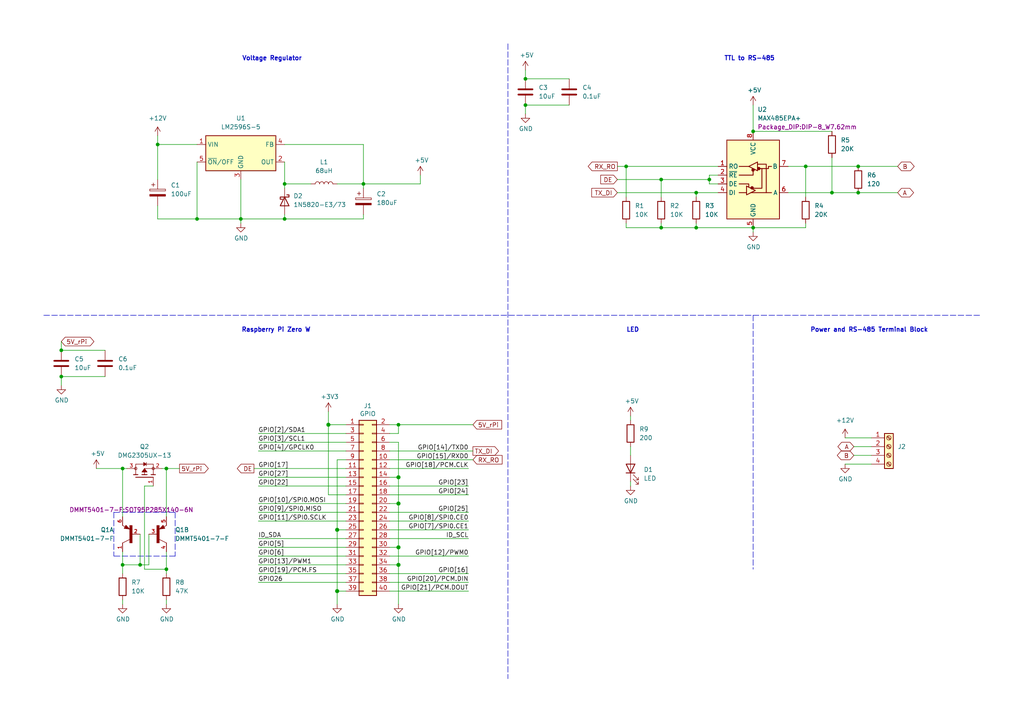
<source format=kicad_sch>
(kicad_sch (version 20211123) (generator eeschema)

  (uuid e63e39d7-6ac0-4ffd-8aa3-1841a4541b55)

  (paper "A4")

  (title_block
    (title "Pool Pi / Power and Communication Adapter")
    (date "2023-01-10")
    (rev "1.0")
  )

  (lib_symbols
    (symbol "Connector:Screw_Terminal_01x04" (pin_names (offset 1.016) hide) (in_bom yes) (on_board yes)
      (property "Reference" "J" (id 0) (at 0 5.08 0)
        (effects (font (size 1.27 1.27)))
      )
      (property "Value" "Screw_Terminal_01x04" (id 1) (at 0 -7.62 0)
        (effects (font (size 1.27 1.27)))
      )
      (property "Footprint" "" (id 2) (at 0 0 0)
        (effects (font (size 1.27 1.27)) hide)
      )
      (property "Datasheet" "~" (id 3) (at 0 0 0)
        (effects (font (size 1.27 1.27)) hide)
      )
      (property "ki_keywords" "screw terminal" (id 4) (at 0 0 0)
        (effects (font (size 1.27 1.27)) hide)
      )
      (property "ki_description" "Generic screw terminal, single row, 01x04, script generated (kicad-library-utils/schlib/autogen/connector/)" (id 5) (at 0 0 0)
        (effects (font (size 1.27 1.27)) hide)
      )
      (property "ki_fp_filters" "TerminalBlock*:*" (id 6) (at 0 0 0)
        (effects (font (size 1.27 1.27)) hide)
      )
      (symbol "Screw_Terminal_01x04_1_1"
        (rectangle (start -1.27 3.81) (end 1.27 -6.35)
          (stroke (width 0.254) (type default) (color 0 0 0 0))
          (fill (type background))
        )
        (circle (center 0 -5.08) (radius 0.635)
          (stroke (width 0.1524) (type default) (color 0 0 0 0))
          (fill (type none))
        )
        (circle (center 0 -2.54) (radius 0.635)
          (stroke (width 0.1524) (type default) (color 0 0 0 0))
          (fill (type none))
        )
        (polyline
          (pts
            (xy -0.5334 -4.7498)
            (xy 0.3302 -5.588)
          )
          (stroke (width 0.1524) (type default) (color 0 0 0 0))
          (fill (type none))
        )
        (polyline
          (pts
            (xy -0.5334 -2.2098)
            (xy 0.3302 -3.048)
          )
          (stroke (width 0.1524) (type default) (color 0 0 0 0))
          (fill (type none))
        )
        (polyline
          (pts
            (xy -0.5334 0.3302)
            (xy 0.3302 -0.508)
          )
          (stroke (width 0.1524) (type default) (color 0 0 0 0))
          (fill (type none))
        )
        (polyline
          (pts
            (xy -0.5334 2.8702)
            (xy 0.3302 2.032)
          )
          (stroke (width 0.1524) (type default) (color 0 0 0 0))
          (fill (type none))
        )
        (polyline
          (pts
            (xy -0.3556 -4.572)
            (xy 0.508 -5.4102)
          )
          (stroke (width 0.1524) (type default) (color 0 0 0 0))
          (fill (type none))
        )
        (polyline
          (pts
            (xy -0.3556 -2.032)
            (xy 0.508 -2.8702)
          )
          (stroke (width 0.1524) (type default) (color 0 0 0 0))
          (fill (type none))
        )
        (polyline
          (pts
            (xy -0.3556 0.508)
            (xy 0.508 -0.3302)
          )
          (stroke (width 0.1524) (type default) (color 0 0 0 0))
          (fill (type none))
        )
        (polyline
          (pts
            (xy -0.3556 3.048)
            (xy 0.508 2.2098)
          )
          (stroke (width 0.1524) (type default) (color 0 0 0 0))
          (fill (type none))
        )
        (circle (center 0 0) (radius 0.635)
          (stroke (width 0.1524) (type default) (color 0 0 0 0))
          (fill (type none))
        )
        (circle (center 0 2.54) (radius 0.635)
          (stroke (width 0.1524) (type default) (color 0 0 0 0))
          (fill (type none))
        )
        (pin passive line (at -5.08 2.54 0) (length 3.81)
          (name "Pin_1" (effects (font (size 1.27 1.27))))
          (number "1" (effects (font (size 1.27 1.27))))
        )
        (pin passive line (at -5.08 0 0) (length 3.81)
          (name "Pin_2" (effects (font (size 1.27 1.27))))
          (number "2" (effects (font (size 1.27 1.27))))
        )
        (pin passive line (at -5.08 -2.54 0) (length 3.81)
          (name "Pin_3" (effects (font (size 1.27 1.27))))
          (number "3" (effects (font (size 1.27 1.27))))
        )
        (pin passive line (at -5.08 -5.08 0) (length 3.81)
          (name "Pin_4" (effects (font (size 1.27 1.27))))
          (number "4" (effects (font (size 1.27 1.27))))
        )
      )
    )
    (symbol "Connector_Generic:Conn_02x20_Odd_Even" (pin_names (offset 1.016) hide) (in_bom yes) (on_board yes)
      (property "Reference" "J" (id 0) (at 1.27 25.4 0)
        (effects (font (size 1.27 1.27)))
      )
      (property "Value" "Conn_02x20_Odd_Even" (id 1) (at 1.27 -27.94 0)
        (effects (font (size 1.27 1.27)))
      )
      (property "Footprint" "" (id 2) (at 0 0 0)
        (effects (font (size 1.27 1.27)) hide)
      )
      (property "Datasheet" "~" (id 3) (at 0 0 0)
        (effects (font (size 1.27 1.27)) hide)
      )
      (property "ki_keywords" "connector" (id 4) (at 0 0 0)
        (effects (font (size 1.27 1.27)) hide)
      )
      (property "ki_description" "Generic connector, double row, 02x20, odd/even pin numbering scheme (row 1 odd numbers, row 2 even numbers), script generated (kicad-library-utils/schlib/autogen/connector/)" (id 5) (at 0 0 0)
        (effects (font (size 1.27 1.27)) hide)
      )
      (property "ki_fp_filters" "Connector*:*_2x??_*" (id 6) (at 0 0 0)
        (effects (font (size 1.27 1.27)) hide)
      )
      (symbol "Conn_02x20_Odd_Even_1_1"
        (rectangle (start -1.27 -25.273) (end 0 -25.527)
          (stroke (width 0.1524) (type default) (color 0 0 0 0))
          (fill (type none))
        )
        (rectangle (start -1.27 -22.733) (end 0 -22.987)
          (stroke (width 0.1524) (type default) (color 0 0 0 0))
          (fill (type none))
        )
        (rectangle (start -1.27 -20.193) (end 0 -20.447)
          (stroke (width 0.1524) (type default) (color 0 0 0 0))
          (fill (type none))
        )
        (rectangle (start -1.27 -17.653) (end 0 -17.907)
          (stroke (width 0.1524) (type default) (color 0 0 0 0))
          (fill (type none))
        )
        (rectangle (start -1.27 -15.113) (end 0 -15.367)
          (stroke (width 0.1524) (type default) (color 0 0 0 0))
          (fill (type none))
        )
        (rectangle (start -1.27 -12.573) (end 0 -12.827)
          (stroke (width 0.1524) (type default) (color 0 0 0 0))
          (fill (type none))
        )
        (rectangle (start -1.27 -10.033) (end 0 -10.287)
          (stroke (width 0.1524) (type default) (color 0 0 0 0))
          (fill (type none))
        )
        (rectangle (start -1.27 -7.493) (end 0 -7.747)
          (stroke (width 0.1524) (type default) (color 0 0 0 0))
          (fill (type none))
        )
        (rectangle (start -1.27 -4.953) (end 0 -5.207)
          (stroke (width 0.1524) (type default) (color 0 0 0 0))
          (fill (type none))
        )
        (rectangle (start -1.27 -2.413) (end 0 -2.667)
          (stroke (width 0.1524) (type default) (color 0 0 0 0))
          (fill (type none))
        )
        (rectangle (start -1.27 0.127) (end 0 -0.127)
          (stroke (width 0.1524) (type default) (color 0 0 0 0))
          (fill (type none))
        )
        (rectangle (start -1.27 2.667) (end 0 2.413)
          (stroke (width 0.1524) (type default) (color 0 0 0 0))
          (fill (type none))
        )
        (rectangle (start -1.27 5.207) (end 0 4.953)
          (stroke (width 0.1524) (type default) (color 0 0 0 0))
          (fill (type none))
        )
        (rectangle (start -1.27 7.747) (end 0 7.493)
          (stroke (width 0.1524) (type default) (color 0 0 0 0))
          (fill (type none))
        )
        (rectangle (start -1.27 10.287) (end 0 10.033)
          (stroke (width 0.1524) (type default) (color 0 0 0 0))
          (fill (type none))
        )
        (rectangle (start -1.27 12.827) (end 0 12.573)
          (stroke (width 0.1524) (type default) (color 0 0 0 0))
          (fill (type none))
        )
        (rectangle (start -1.27 15.367) (end 0 15.113)
          (stroke (width 0.1524) (type default) (color 0 0 0 0))
          (fill (type none))
        )
        (rectangle (start -1.27 17.907) (end 0 17.653)
          (stroke (width 0.1524) (type default) (color 0 0 0 0))
          (fill (type none))
        )
        (rectangle (start -1.27 20.447) (end 0 20.193)
          (stroke (width 0.1524) (type default) (color 0 0 0 0))
          (fill (type none))
        )
        (rectangle (start -1.27 22.987) (end 0 22.733)
          (stroke (width 0.1524) (type default) (color 0 0 0 0))
          (fill (type none))
        )
        (rectangle (start -1.27 24.13) (end 3.81 -26.67)
          (stroke (width 0.254) (type default) (color 0 0 0 0))
          (fill (type background))
        )
        (rectangle (start 3.81 -25.273) (end 2.54 -25.527)
          (stroke (width 0.1524) (type default) (color 0 0 0 0))
          (fill (type none))
        )
        (rectangle (start 3.81 -22.733) (end 2.54 -22.987)
          (stroke (width 0.1524) (type default) (color 0 0 0 0))
          (fill (type none))
        )
        (rectangle (start 3.81 -20.193) (end 2.54 -20.447)
          (stroke (width 0.1524) (type default) (color 0 0 0 0))
          (fill (type none))
        )
        (rectangle (start 3.81 -17.653) (end 2.54 -17.907)
          (stroke (width 0.1524) (type default) (color 0 0 0 0))
          (fill (type none))
        )
        (rectangle (start 3.81 -15.113) (end 2.54 -15.367)
          (stroke (width 0.1524) (type default) (color 0 0 0 0))
          (fill (type none))
        )
        (rectangle (start 3.81 -12.573) (end 2.54 -12.827)
          (stroke (width 0.1524) (type default) (color 0 0 0 0))
          (fill (type none))
        )
        (rectangle (start 3.81 -10.033) (end 2.54 -10.287)
          (stroke (width 0.1524) (type default) (color 0 0 0 0))
          (fill (type none))
        )
        (rectangle (start 3.81 -7.493) (end 2.54 -7.747)
          (stroke (width 0.1524) (type default) (color 0 0 0 0))
          (fill (type none))
        )
        (rectangle (start 3.81 -4.953) (end 2.54 -5.207)
          (stroke (width 0.1524) (type default) (color 0 0 0 0))
          (fill (type none))
        )
        (rectangle (start 3.81 -2.413) (end 2.54 -2.667)
          (stroke (width 0.1524) (type default) (color 0 0 0 0))
          (fill (type none))
        )
        (rectangle (start 3.81 0.127) (end 2.54 -0.127)
          (stroke (width 0.1524) (type default) (color 0 0 0 0))
          (fill (type none))
        )
        (rectangle (start 3.81 2.667) (end 2.54 2.413)
          (stroke (width 0.1524) (type default) (color 0 0 0 0))
          (fill (type none))
        )
        (rectangle (start 3.81 5.207) (end 2.54 4.953)
          (stroke (width 0.1524) (type default) (color 0 0 0 0))
          (fill (type none))
        )
        (rectangle (start 3.81 7.747) (end 2.54 7.493)
          (stroke (width 0.1524) (type default) (color 0 0 0 0))
          (fill (type none))
        )
        (rectangle (start 3.81 10.287) (end 2.54 10.033)
          (stroke (width 0.1524) (type default) (color 0 0 0 0))
          (fill (type none))
        )
        (rectangle (start 3.81 12.827) (end 2.54 12.573)
          (stroke (width 0.1524) (type default) (color 0 0 0 0))
          (fill (type none))
        )
        (rectangle (start 3.81 15.367) (end 2.54 15.113)
          (stroke (width 0.1524) (type default) (color 0 0 0 0))
          (fill (type none))
        )
        (rectangle (start 3.81 17.907) (end 2.54 17.653)
          (stroke (width 0.1524) (type default) (color 0 0 0 0))
          (fill (type none))
        )
        (rectangle (start 3.81 20.447) (end 2.54 20.193)
          (stroke (width 0.1524) (type default) (color 0 0 0 0))
          (fill (type none))
        )
        (rectangle (start 3.81 22.987) (end 2.54 22.733)
          (stroke (width 0.1524) (type default) (color 0 0 0 0))
          (fill (type none))
        )
        (pin passive line (at -5.08 22.86 0) (length 3.81)
          (name "Pin_1" (effects (font (size 1.27 1.27))))
          (number "1" (effects (font (size 1.27 1.27))))
        )
        (pin passive line (at 7.62 12.7 180) (length 3.81)
          (name "Pin_10" (effects (font (size 1.27 1.27))))
          (number "10" (effects (font (size 1.27 1.27))))
        )
        (pin passive line (at -5.08 10.16 0) (length 3.81)
          (name "Pin_11" (effects (font (size 1.27 1.27))))
          (number "11" (effects (font (size 1.27 1.27))))
        )
        (pin passive line (at 7.62 10.16 180) (length 3.81)
          (name "Pin_12" (effects (font (size 1.27 1.27))))
          (number "12" (effects (font (size 1.27 1.27))))
        )
        (pin passive line (at -5.08 7.62 0) (length 3.81)
          (name "Pin_13" (effects (font (size 1.27 1.27))))
          (number "13" (effects (font (size 1.27 1.27))))
        )
        (pin passive line (at 7.62 7.62 180) (length 3.81)
          (name "Pin_14" (effects (font (size 1.27 1.27))))
          (number "14" (effects (font (size 1.27 1.27))))
        )
        (pin passive line (at -5.08 5.08 0) (length 3.81)
          (name "Pin_15" (effects (font (size 1.27 1.27))))
          (number "15" (effects (font (size 1.27 1.27))))
        )
        (pin passive line (at 7.62 5.08 180) (length 3.81)
          (name "Pin_16" (effects (font (size 1.27 1.27))))
          (number "16" (effects (font (size 1.27 1.27))))
        )
        (pin passive line (at -5.08 2.54 0) (length 3.81)
          (name "Pin_17" (effects (font (size 1.27 1.27))))
          (number "17" (effects (font (size 1.27 1.27))))
        )
        (pin passive line (at 7.62 2.54 180) (length 3.81)
          (name "Pin_18" (effects (font (size 1.27 1.27))))
          (number "18" (effects (font (size 1.27 1.27))))
        )
        (pin passive line (at -5.08 0 0) (length 3.81)
          (name "Pin_19" (effects (font (size 1.27 1.27))))
          (number "19" (effects (font (size 1.27 1.27))))
        )
        (pin passive line (at 7.62 22.86 180) (length 3.81)
          (name "Pin_2" (effects (font (size 1.27 1.27))))
          (number "2" (effects (font (size 1.27 1.27))))
        )
        (pin passive line (at 7.62 0 180) (length 3.81)
          (name "Pin_20" (effects (font (size 1.27 1.27))))
          (number "20" (effects (font (size 1.27 1.27))))
        )
        (pin passive line (at -5.08 -2.54 0) (length 3.81)
          (name "Pin_21" (effects (font (size 1.27 1.27))))
          (number "21" (effects (font (size 1.27 1.27))))
        )
        (pin passive line (at 7.62 -2.54 180) (length 3.81)
          (name "Pin_22" (effects (font (size 1.27 1.27))))
          (number "22" (effects (font (size 1.27 1.27))))
        )
        (pin passive line (at -5.08 -5.08 0) (length 3.81)
          (name "Pin_23" (effects (font (size 1.27 1.27))))
          (number "23" (effects (font (size 1.27 1.27))))
        )
        (pin passive line (at 7.62 -5.08 180) (length 3.81)
          (name "Pin_24" (effects (font (size 1.27 1.27))))
          (number "24" (effects (font (size 1.27 1.27))))
        )
        (pin passive line (at -5.08 -7.62 0) (length 3.81)
          (name "Pin_25" (effects (font (size 1.27 1.27))))
          (number "25" (effects (font (size 1.27 1.27))))
        )
        (pin passive line (at 7.62 -7.62 180) (length 3.81)
          (name "Pin_26" (effects (font (size 1.27 1.27))))
          (number "26" (effects (font (size 1.27 1.27))))
        )
        (pin passive line (at -5.08 -10.16 0) (length 3.81)
          (name "Pin_27" (effects (font (size 1.27 1.27))))
          (number "27" (effects (font (size 1.27 1.27))))
        )
        (pin passive line (at 7.62 -10.16 180) (length 3.81)
          (name "Pin_28" (effects (font (size 1.27 1.27))))
          (number "28" (effects (font (size 1.27 1.27))))
        )
        (pin passive line (at -5.08 -12.7 0) (length 3.81)
          (name "Pin_29" (effects (font (size 1.27 1.27))))
          (number "29" (effects (font (size 1.27 1.27))))
        )
        (pin passive line (at -5.08 20.32 0) (length 3.81)
          (name "Pin_3" (effects (font (size 1.27 1.27))))
          (number "3" (effects (font (size 1.27 1.27))))
        )
        (pin passive line (at 7.62 -12.7 180) (length 3.81)
          (name "Pin_30" (effects (font (size 1.27 1.27))))
          (number "30" (effects (font (size 1.27 1.27))))
        )
        (pin passive line (at -5.08 -15.24 0) (length 3.81)
          (name "Pin_31" (effects (font (size 1.27 1.27))))
          (number "31" (effects (font (size 1.27 1.27))))
        )
        (pin passive line (at 7.62 -15.24 180) (length 3.81)
          (name "Pin_32" (effects (font (size 1.27 1.27))))
          (number "32" (effects (font (size 1.27 1.27))))
        )
        (pin passive line (at -5.08 -17.78 0) (length 3.81)
          (name "Pin_33" (effects (font (size 1.27 1.27))))
          (number "33" (effects (font (size 1.27 1.27))))
        )
        (pin passive line (at 7.62 -17.78 180) (length 3.81)
          (name "Pin_34" (effects (font (size 1.27 1.27))))
          (number "34" (effects (font (size 1.27 1.27))))
        )
        (pin passive line (at -5.08 -20.32 0) (length 3.81)
          (name "Pin_35" (effects (font (size 1.27 1.27))))
          (number "35" (effects (font (size 1.27 1.27))))
        )
        (pin passive line (at 7.62 -20.32 180) (length 3.81)
          (name "Pin_36" (effects (font (size 1.27 1.27))))
          (number "36" (effects (font (size 1.27 1.27))))
        )
        (pin passive line (at -5.08 -22.86 0) (length 3.81)
          (name "Pin_37" (effects (font (size 1.27 1.27))))
          (number "37" (effects (font (size 1.27 1.27))))
        )
        (pin passive line (at 7.62 -22.86 180) (length 3.81)
          (name "Pin_38" (effects (font (size 1.27 1.27))))
          (number "38" (effects (font (size 1.27 1.27))))
        )
        (pin passive line (at -5.08 -25.4 0) (length 3.81)
          (name "Pin_39" (effects (font (size 1.27 1.27))))
          (number "39" (effects (font (size 1.27 1.27))))
        )
        (pin passive line (at 7.62 20.32 180) (length 3.81)
          (name "Pin_4" (effects (font (size 1.27 1.27))))
          (number "4" (effects (font (size 1.27 1.27))))
        )
        (pin passive line (at 7.62 -25.4 180) (length 3.81)
          (name "Pin_40" (effects (font (size 1.27 1.27))))
          (number "40" (effects (font (size 1.27 1.27))))
        )
        (pin passive line (at -5.08 17.78 0) (length 3.81)
          (name "Pin_5" (effects (font (size 1.27 1.27))))
          (number "5" (effects (font (size 1.27 1.27))))
        )
        (pin passive line (at 7.62 17.78 180) (length 3.81)
          (name "Pin_6" (effects (font (size 1.27 1.27))))
          (number "6" (effects (font (size 1.27 1.27))))
        )
        (pin passive line (at -5.08 15.24 0) (length 3.81)
          (name "Pin_7" (effects (font (size 1.27 1.27))))
          (number "7" (effects (font (size 1.27 1.27))))
        )
        (pin passive line (at 7.62 15.24 180) (length 3.81)
          (name "Pin_8" (effects (font (size 1.27 1.27))))
          (number "8" (effects (font (size 1.27 1.27))))
        )
        (pin passive line (at -5.08 12.7 0) (length 3.81)
          (name "Pin_9" (effects (font (size 1.27 1.27))))
          (number "9" (effects (font (size 1.27 1.27))))
        )
      )
    )
    (symbol "DMG2305UX-13:DMG2305UX-13" (pin_names (offset 1.016)) (in_bom yes) (on_board yes)
      (property "Reference" "Q" (id 0) (at -8.89 3.81 0)
        (effects (font (size 1.27 1.27)) (justify left bottom))
      )
      (property "Value" "DMG2305UX-13" (id 1) (at -8.89 -6.35 0)
        (effects (font (size 1.27 1.27)) (justify left bottom))
      )
      (property "Footprint" "SOT91P240X110-3N" (id 2) (at 0 0 0)
        (effects (font (size 1.27 1.27)) (justify bottom) hide)
      )
      (property "Datasheet" "" (id 3) (at 0 0 0)
        (effects (font (size 1.27 1.27)) hide)
      )
      (property "PARTREV" "09/2018" (id 4) (at 0 0 0)
        (effects (font (size 1.27 1.27)) (justify bottom) hide)
      )
      (property "MANUFACTURER" "Diodes Inc." (id 5) (at 0 0 0)
        (effects (font (size 1.27 1.27)) (justify bottom) hide)
      )
      (property "MAXIMUM_PACKAGE_HEIGHT" "1.1mm" (id 6) (at 0 0 0)
        (effects (font (size 1.27 1.27)) (justify bottom) hide)
      )
      (property "STANDARD" "IPC-7351B" (id 7) (at 0 0 0)
        (effects (font (size 1.27 1.27)) (justify bottom) hide)
      )
      (symbol "DMG2305UX-13_0_0"
        (polyline
          (pts
            (xy 0 -2.54)
            (xy 0 2.54)
          )
          (stroke (width 0.254) (type default) (color 0 0 0 0))
          (fill (type none))
        )
        (polyline
          (pts
            (xy 0.762 -3.175)
            (xy 0.762 -2.54)
          )
          (stroke (width 0.254) (type default) (color 0 0 0 0))
          (fill (type none))
        )
        (polyline
          (pts
            (xy 0.762 -2.54)
            (xy 0.762 -1.905)
          )
          (stroke (width 0.254) (type default) (color 0 0 0 0))
          (fill (type none))
        )
        (polyline
          (pts
            (xy 0.762 -2.54)
            (xy 2.54 -2.54)
          )
          (stroke (width 0.1524) (type default) (color 0 0 0 0))
          (fill (type none))
        )
        (polyline
          (pts
            (xy 0.762 -0.762)
            (xy 0.762 0)
          )
          (stroke (width 0.254) (type default) (color 0 0 0 0))
          (fill (type none))
        )
        (polyline
          (pts
            (xy 0.762 0)
            (xy 0.762 0.762)
          )
          (stroke (width 0.254) (type default) (color 0 0 0 0))
          (fill (type none))
        )
        (polyline
          (pts
            (xy 0.762 0)
            (xy 2.54 0)
          )
          (stroke (width 0.1524) (type default) (color 0 0 0 0))
          (fill (type none))
        )
        (polyline
          (pts
            (xy 0.762 1.905)
            (xy 0.762 2.54)
          )
          (stroke (width 0.254) (type default) (color 0 0 0 0))
          (fill (type none))
        )
        (polyline
          (pts
            (xy 0.762 2.54)
            (xy 0.762 3.175)
          )
          (stroke (width 0.254) (type default) (color 0 0 0 0))
          (fill (type none))
        )
        (polyline
          (pts
            (xy 2.54 -2.54)
            (xy 2.54 0)
          )
          (stroke (width 0.1524) (type default) (color 0 0 0 0))
          (fill (type none))
        )
        (polyline
          (pts
            (xy 2.54 -2.54)
            (xy 3.81 -2.54)
          )
          (stroke (width 0.1524) (type default) (color 0 0 0 0))
          (fill (type none))
        )
        (polyline
          (pts
            (xy 2.54 2.54)
            (xy 0.762 2.54)
          )
          (stroke (width 0.1524) (type default) (color 0 0 0 0))
          (fill (type none))
        )
        (polyline
          (pts
            (xy 2.54 2.54)
            (xy 3.81 2.54)
          )
          (stroke (width 0.1524) (type default) (color 0 0 0 0))
          (fill (type none))
        )
        (polyline
          (pts
            (xy 3.81 -0.508)
            (xy 3.302 -0.508)
          )
          (stroke (width 0.1524) (type default) (color 0 0 0 0))
          (fill (type none))
        )
        (polyline
          (pts
            (xy 3.81 -0.508)
            (xy 3.81 -2.54)
          )
          (stroke (width 0.1524) (type default) (color 0 0 0 0))
          (fill (type none))
        )
        (polyline
          (pts
            (xy 3.81 2.54)
            (xy 3.81 -0.508)
          )
          (stroke (width 0.1524) (type default) (color 0 0 0 0))
          (fill (type none))
        )
        (polyline
          (pts
            (xy 4.318 -0.508)
            (xy 3.81 -0.508)
          )
          (stroke (width 0.1524) (type default) (color 0 0 0 0))
          (fill (type none))
        )
        (polyline
          (pts
            (xy 2.54 0)
            (xy 1.524 0.762)
            (xy 1.524 -0.762)
            (xy 2.54 0)
          )
          (stroke (width 0.1524) (type default) (color 0 0 0 0))
          (fill (type outline))
        )
        (polyline
          (pts
            (xy 3.81 -0.508)
            (xy 3.302 0.254)
            (xy 4.318 0.254)
            (xy 3.81 -0.508)
          )
          (stroke (width 0.1524) (type default) (color 0 0 0 0))
          (fill (type outline))
        )
        (circle (center 2.54 -2.54) (radius 0.3592)
          (stroke (width 0) (type default) (color 0 0 0 0))
          (fill (type none))
        )
        (circle (center 2.54 2.54) (radius 0.3592)
          (stroke (width 0) (type default) (color 0 0 0 0))
          (fill (type none))
        )
        (pin passive line (at -2.54 -2.54 0) (length 2.54)
          (name "~" (effects (font (size 1.016 1.016))))
          (number "1" (effects (font (size 1.016 1.016))))
        )
        (pin passive line (at 2.54 -5.08 90) (length 2.54)
          (name "~" (effects (font (size 1.016 1.016))))
          (number "2" (effects (font (size 1.016 1.016))))
        )
        (pin passive line (at 2.54 5.08 270) (length 2.54)
          (name "~" (effects (font (size 1.016 1.016))))
          (number "3" (effects (font (size 1.016 1.016))))
        )
      )
    )
    (symbol "DMMT5401-7-F:DMMT5401-7-F" (pin_names (offset 1.016)) (in_bom yes) (on_board yes)
      (property "Reference" "Q" (id 0) (at -10.1838 5.0979 0)
        (effects (font (size 1.27 1.27)) (justify left bottom))
      )
      (property "Value" "DMMT5401-7-F" (id 1) (at -10.1947 -7.6027 0)
        (effects (font (size 1.27 1.27)) (justify left bottom))
      )
      (property "Footprint" "SOT95P285X140-6N" (id 2) (at 0 0 0)
        (effects (font (size 1.27 1.27)) (justify bottom) hide)
      )
      (property "Datasheet" "" (id 3) (at 0 0 0)
        (effects (font (size 1.27 1.27)) hide)
      )
      (property "PARTREV" "8" (id 4) (at 0 0 0)
        (effects (font (size 1.27 1.27)) (justify bottom) hide)
      )
      (property "STANDARD" "IPC7351B" (id 5) (at 0 0 0)
        (effects (font (size 1.27 1.27)) (justify bottom) hide)
      )
      (property "MANUFACTURER" "Diodes Inc." (id 6) (at 0 0 0)
        (effects (font (size 1.27 1.27)) (justify bottom) hide)
      )
      (symbol "DMMT5401-7-F_1_0"
        (rectangle (start -0.2544 -2.5441) (end 0.508 2.54)
          (stroke (width 0.1) (type default) (color 0 0 0 0))
          (fill (type outline))
        )
        (polyline
          (pts
            (xy 0.516 1.478)
            (xy 2.086 1.678)
          )
          (stroke (width 0.1524) (type default) (color 0 0 0 0))
          (fill (type none))
        )
        (polyline
          (pts
            (xy 0.762 1.651)
            (xy 1.778 1.778)
          )
          (stroke (width 0.254) (type default) (color 0 0 0 0))
          (fill (type none))
        )
        (polyline
          (pts
            (xy 1.143 1.905)
            (xy 1.524 1.905)
          )
          (stroke (width 0.254) (type default) (color 0 0 0 0))
          (fill (type none))
        )
        (polyline
          (pts
            (xy 1.524 2.159)
            (xy 1.143 1.905)
          )
          (stroke (width 0.254) (type default) (color 0 0 0 0))
          (fill (type none))
        )
        (polyline
          (pts
            (xy 1.524 2.413)
            (xy 0.762 1.651)
          )
          (stroke (width 0.254) (type default) (color 0 0 0 0))
          (fill (type none))
        )
        (polyline
          (pts
            (xy 1.578 2.594)
            (xy 0.516 1.478)
          )
          (stroke (width 0.1524) (type default) (color 0 0 0 0))
          (fill (type none))
        )
        (polyline
          (pts
            (xy 1.778 1.778)
            (xy 1.524 2.159)
          )
          (stroke (width 0.254) (type default) (color 0 0 0 0))
          (fill (type none))
        )
        (polyline
          (pts
            (xy 1.905 1.778)
            (xy 1.524 2.413)
          )
          (stroke (width 0.254) (type default) (color 0 0 0 0))
          (fill (type none))
        )
        (polyline
          (pts
            (xy 2.086 1.678)
            (xy 1.578 2.594)
          )
          (stroke (width 0.1524) (type default) (color 0 0 0 0))
          (fill (type none))
        )
        (polyline
          (pts
            (xy 2.54 -2.54)
            (xy 0.508 -1.524)
          )
          (stroke (width 0.1524) (type default) (color 0 0 0 0))
          (fill (type none))
        )
        (polyline
          (pts
            (xy 2.54 2.54)
            (xy 1.808 2.124)
          )
          (stroke (width 0.1524) (type default) (color 0 0 0 0))
          (fill (type none))
        )
        (pin passive line (at 2.54 -5.08 90) (length 2.54)
          (name "~" (effects (font (size 1.016 1.016))))
          (number "1" (effects (font (size 1.016 1.016))))
        )
        (pin passive line (at -2.54 0 0) (length 2.54)
          (name "~" (effects (font (size 1.016 1.016))))
          (number "2" (effects (font (size 1.016 1.016))))
        )
        (pin passive line (at 2.54 5.08 270) (length 2.54)
          (name "~" (effects (font (size 1.016 1.016))))
          (number "6" (effects (font (size 1.016 1.016))))
        )
      )
      (symbol "DMMT5401-7-F_2_0"
        (rectangle (start -0.2544 -2.5441) (end 0.508 2.54)
          (stroke (width 0.1) (type default) (color 0 0 0 0))
          (fill (type outline))
        )
        (polyline
          (pts
            (xy 0.516 1.478)
            (xy 2.086 1.678)
          )
          (stroke (width 0.1524) (type default) (color 0 0 0 0))
          (fill (type none))
        )
        (polyline
          (pts
            (xy 0.762 1.651)
            (xy 1.778 1.778)
          )
          (stroke (width 0.254) (type default) (color 0 0 0 0))
          (fill (type none))
        )
        (polyline
          (pts
            (xy 1.143 1.905)
            (xy 1.524 1.905)
          )
          (stroke (width 0.254) (type default) (color 0 0 0 0))
          (fill (type none))
        )
        (polyline
          (pts
            (xy 1.524 2.159)
            (xy 1.143 1.905)
          )
          (stroke (width 0.254) (type default) (color 0 0 0 0))
          (fill (type none))
        )
        (polyline
          (pts
            (xy 1.524 2.413)
            (xy 0.762 1.651)
          )
          (stroke (width 0.254) (type default) (color 0 0 0 0))
          (fill (type none))
        )
        (polyline
          (pts
            (xy 1.578 2.594)
            (xy 0.516 1.478)
          )
          (stroke (width 0.1524) (type default) (color 0 0 0 0))
          (fill (type none))
        )
        (polyline
          (pts
            (xy 1.778 1.778)
            (xy 1.524 2.159)
          )
          (stroke (width 0.254) (type default) (color 0 0 0 0))
          (fill (type none))
        )
        (polyline
          (pts
            (xy 1.905 1.778)
            (xy 1.524 2.413)
          )
          (stroke (width 0.254) (type default) (color 0 0 0 0))
          (fill (type none))
        )
        (polyline
          (pts
            (xy 2.086 1.678)
            (xy 1.578 2.594)
          )
          (stroke (width 0.1524) (type default) (color 0 0 0 0))
          (fill (type none))
        )
        (polyline
          (pts
            (xy 2.54 -2.54)
            (xy 0.508 -1.524)
          )
          (stroke (width 0.1524) (type default) (color 0 0 0 0))
          (fill (type none))
        )
        (polyline
          (pts
            (xy 2.54 2.54)
            (xy 1.808 2.124)
          )
          (stroke (width 0.1524) (type default) (color 0 0 0 0))
          (fill (type none))
        )
        (pin passive line (at -2.54 0 0) (length 2.54)
          (name "~" (effects (font (size 1.016 1.016))))
          (number "3" (effects (font (size 1.016 1.016))))
        )
        (pin passive line (at 2.54 -5.08 90) (length 2.54)
          (name "~" (effects (font (size 1.016 1.016))))
          (number "4" (effects (font (size 1.016 1.016))))
        )
        (pin passive line (at 2.54 5.08 270) (length 2.54)
          (name "~" (effects (font (size 1.016 1.016))))
          (number "5" (effects (font (size 1.016 1.016))))
        )
      )
    )
    (symbol "Device:C" (pin_numbers hide) (pin_names (offset 0.254)) (in_bom yes) (on_board yes)
      (property "Reference" "C" (id 0) (at 0.635 2.54 0)
        (effects (font (size 1.27 1.27)) (justify left))
      )
      (property "Value" "C" (id 1) (at 0.635 -2.54 0)
        (effects (font (size 1.27 1.27)) (justify left))
      )
      (property "Footprint" "" (id 2) (at 0.9652 -3.81 0)
        (effects (font (size 1.27 1.27)) hide)
      )
      (property "Datasheet" "~" (id 3) (at 0 0 0)
        (effects (font (size 1.27 1.27)) hide)
      )
      (property "ki_keywords" "cap capacitor" (id 4) (at 0 0 0)
        (effects (font (size 1.27 1.27)) hide)
      )
      (property "ki_description" "Unpolarized capacitor" (id 5) (at 0 0 0)
        (effects (font (size 1.27 1.27)) hide)
      )
      (property "ki_fp_filters" "C_*" (id 6) (at 0 0 0)
        (effects (font (size 1.27 1.27)) hide)
      )
      (symbol "C_0_1"
        (polyline
          (pts
            (xy -2.032 -0.762)
            (xy 2.032 -0.762)
          )
          (stroke (width 0.508) (type default) (color 0 0 0 0))
          (fill (type none))
        )
        (polyline
          (pts
            (xy -2.032 0.762)
            (xy 2.032 0.762)
          )
          (stroke (width 0.508) (type default) (color 0 0 0 0))
          (fill (type none))
        )
      )
      (symbol "C_1_1"
        (pin passive line (at 0 3.81 270) (length 2.794)
          (name "~" (effects (font (size 1.27 1.27))))
          (number "1" (effects (font (size 1.27 1.27))))
        )
        (pin passive line (at 0 -3.81 90) (length 2.794)
          (name "~" (effects (font (size 1.27 1.27))))
          (number "2" (effects (font (size 1.27 1.27))))
        )
      )
    )
    (symbol "Device:C_Polarized" (pin_numbers hide) (pin_names (offset 0.254)) (in_bom yes) (on_board yes)
      (property "Reference" "C" (id 0) (at 0.635 2.54 0)
        (effects (font (size 1.27 1.27)) (justify left))
      )
      (property "Value" "C_Polarized" (id 1) (at 0.635 -2.54 0)
        (effects (font (size 1.27 1.27)) (justify left))
      )
      (property "Footprint" "" (id 2) (at 0.9652 -3.81 0)
        (effects (font (size 1.27 1.27)) hide)
      )
      (property "Datasheet" "~" (id 3) (at 0 0 0)
        (effects (font (size 1.27 1.27)) hide)
      )
      (property "ki_keywords" "cap capacitor" (id 4) (at 0 0 0)
        (effects (font (size 1.27 1.27)) hide)
      )
      (property "ki_description" "Polarized capacitor" (id 5) (at 0 0 0)
        (effects (font (size 1.27 1.27)) hide)
      )
      (property "ki_fp_filters" "CP_*" (id 6) (at 0 0 0)
        (effects (font (size 1.27 1.27)) hide)
      )
      (symbol "C_Polarized_0_1"
        (rectangle (start -2.286 0.508) (end 2.286 1.016)
          (stroke (width 0) (type default) (color 0 0 0 0))
          (fill (type none))
        )
        (polyline
          (pts
            (xy -1.778 2.286)
            (xy -0.762 2.286)
          )
          (stroke (width 0) (type default) (color 0 0 0 0))
          (fill (type none))
        )
        (polyline
          (pts
            (xy -1.27 2.794)
            (xy -1.27 1.778)
          )
          (stroke (width 0) (type default) (color 0 0 0 0))
          (fill (type none))
        )
        (rectangle (start 2.286 -0.508) (end -2.286 -1.016)
          (stroke (width 0) (type default) (color 0 0 0 0))
          (fill (type outline))
        )
      )
      (symbol "C_Polarized_1_1"
        (pin passive line (at 0 3.81 270) (length 2.794)
          (name "~" (effects (font (size 1.27 1.27))))
          (number "1" (effects (font (size 1.27 1.27))))
        )
        (pin passive line (at 0 -3.81 90) (length 2.794)
          (name "~" (effects (font (size 1.27 1.27))))
          (number "2" (effects (font (size 1.27 1.27))))
        )
      )
    )
    (symbol "Device:L" (pin_numbers hide) (pin_names (offset 1.016) hide) (in_bom yes) (on_board yes)
      (property "Reference" "L" (id 0) (at -1.27 0 90)
        (effects (font (size 1.27 1.27)))
      )
      (property "Value" "L" (id 1) (at 1.905 0 90)
        (effects (font (size 1.27 1.27)))
      )
      (property "Footprint" "" (id 2) (at 0 0 0)
        (effects (font (size 1.27 1.27)) hide)
      )
      (property "Datasheet" "~" (id 3) (at 0 0 0)
        (effects (font (size 1.27 1.27)) hide)
      )
      (property "ki_keywords" "inductor choke coil reactor magnetic" (id 4) (at 0 0 0)
        (effects (font (size 1.27 1.27)) hide)
      )
      (property "ki_description" "Inductor" (id 5) (at 0 0 0)
        (effects (font (size 1.27 1.27)) hide)
      )
      (property "ki_fp_filters" "Choke_* *Coil* Inductor_* L_*" (id 6) (at 0 0 0)
        (effects (font (size 1.27 1.27)) hide)
      )
      (symbol "L_0_1"
        (arc (start 0 -2.54) (mid 0.635 -1.905) (end 0 -1.27)
          (stroke (width 0) (type default) (color 0 0 0 0))
          (fill (type none))
        )
        (arc (start 0 -1.27) (mid 0.635 -0.635) (end 0 0)
          (stroke (width 0) (type default) (color 0 0 0 0))
          (fill (type none))
        )
        (arc (start 0 0) (mid 0.635 0.635) (end 0 1.27)
          (stroke (width 0) (type default) (color 0 0 0 0))
          (fill (type none))
        )
        (arc (start 0 1.27) (mid 0.635 1.905) (end 0 2.54)
          (stroke (width 0) (type default) (color 0 0 0 0))
          (fill (type none))
        )
      )
      (symbol "L_1_1"
        (pin passive line (at 0 3.81 270) (length 1.27)
          (name "1" (effects (font (size 1.27 1.27))))
          (number "1" (effects (font (size 1.27 1.27))))
        )
        (pin passive line (at 0 -3.81 90) (length 1.27)
          (name "2" (effects (font (size 1.27 1.27))))
          (number "2" (effects (font (size 1.27 1.27))))
        )
      )
    )
    (symbol "Device:LED" (pin_numbers hide) (pin_names (offset 1.016) hide) (in_bom yes) (on_board yes)
      (property "Reference" "D" (id 0) (at 0 2.54 0)
        (effects (font (size 1.27 1.27)))
      )
      (property "Value" "LED" (id 1) (at 0 -2.54 0)
        (effects (font (size 1.27 1.27)))
      )
      (property "Footprint" "" (id 2) (at 0 0 0)
        (effects (font (size 1.27 1.27)) hide)
      )
      (property "Datasheet" "~" (id 3) (at 0 0 0)
        (effects (font (size 1.27 1.27)) hide)
      )
      (property "ki_keywords" "LED diode" (id 4) (at 0 0 0)
        (effects (font (size 1.27 1.27)) hide)
      )
      (property "ki_description" "Light emitting diode" (id 5) (at 0 0 0)
        (effects (font (size 1.27 1.27)) hide)
      )
      (property "ki_fp_filters" "LED* LED_SMD:* LED_THT:*" (id 6) (at 0 0 0)
        (effects (font (size 1.27 1.27)) hide)
      )
      (symbol "LED_0_1"
        (polyline
          (pts
            (xy -1.27 -1.27)
            (xy -1.27 1.27)
          )
          (stroke (width 0.254) (type default) (color 0 0 0 0))
          (fill (type none))
        )
        (polyline
          (pts
            (xy -1.27 0)
            (xy 1.27 0)
          )
          (stroke (width 0) (type default) (color 0 0 0 0))
          (fill (type none))
        )
        (polyline
          (pts
            (xy 1.27 -1.27)
            (xy 1.27 1.27)
            (xy -1.27 0)
            (xy 1.27 -1.27)
          )
          (stroke (width 0.254) (type default) (color 0 0 0 0))
          (fill (type none))
        )
        (polyline
          (pts
            (xy -3.048 -0.762)
            (xy -4.572 -2.286)
            (xy -3.81 -2.286)
            (xy -4.572 -2.286)
            (xy -4.572 -1.524)
          )
          (stroke (width 0) (type default) (color 0 0 0 0))
          (fill (type none))
        )
        (polyline
          (pts
            (xy -1.778 -0.762)
            (xy -3.302 -2.286)
            (xy -2.54 -2.286)
            (xy -3.302 -2.286)
            (xy -3.302 -1.524)
          )
          (stroke (width 0) (type default) (color 0 0 0 0))
          (fill (type none))
        )
      )
      (symbol "LED_1_1"
        (pin passive line (at -3.81 0 0) (length 2.54)
          (name "K" (effects (font (size 1.27 1.27))))
          (number "1" (effects (font (size 1.27 1.27))))
        )
        (pin passive line (at 3.81 0 180) (length 2.54)
          (name "A" (effects (font (size 1.27 1.27))))
          (number "2" (effects (font (size 1.27 1.27))))
        )
      )
    )
    (symbol "Device:R" (pin_numbers hide) (pin_names (offset 0)) (in_bom yes) (on_board yes)
      (property "Reference" "R" (id 0) (at 2.032 0 90)
        (effects (font (size 1.27 1.27)))
      )
      (property "Value" "R" (id 1) (at 0 0 90)
        (effects (font (size 1.27 1.27)))
      )
      (property "Footprint" "" (id 2) (at -1.778 0 90)
        (effects (font (size 1.27 1.27)) hide)
      )
      (property "Datasheet" "~" (id 3) (at 0 0 0)
        (effects (font (size 1.27 1.27)) hide)
      )
      (property "ki_keywords" "R res resistor" (id 4) (at 0 0 0)
        (effects (font (size 1.27 1.27)) hide)
      )
      (property "ki_description" "Resistor" (id 5) (at 0 0 0)
        (effects (font (size 1.27 1.27)) hide)
      )
      (property "ki_fp_filters" "R_*" (id 6) (at 0 0 0)
        (effects (font (size 1.27 1.27)) hide)
      )
      (symbol "R_0_1"
        (rectangle (start -1.016 -2.54) (end 1.016 2.54)
          (stroke (width 0.254) (type default) (color 0 0 0 0))
          (fill (type none))
        )
      )
      (symbol "R_1_1"
        (pin passive line (at 0 3.81 270) (length 1.27)
          (name "~" (effects (font (size 1.27 1.27))))
          (number "1" (effects (font (size 1.27 1.27))))
        )
        (pin passive line (at 0 -3.81 90) (length 1.27)
          (name "~" (effects (font (size 1.27 1.27))))
          (number "2" (effects (font (size 1.27 1.27))))
        )
      )
    )
    (symbol "Diode:1N5820" (pin_numbers hide) (pin_names (offset 1.016) hide) (in_bom yes) (on_board yes)
      (property "Reference" "D" (id 0) (at 0 2.54 0)
        (effects (font (size 1.27 1.27)))
      )
      (property "Value" "1N5820" (id 1) (at 0 -2.54 0)
        (effects (font (size 1.27 1.27)))
      )
      (property "Footprint" "Diode_THT:D_DO-201AD_P15.24mm_Horizontal" (id 2) (at 0 -4.445 0)
        (effects (font (size 1.27 1.27)) hide)
      )
      (property "Datasheet" "http://www.vishay.com/docs/88526/1n5820.pdf" (id 3) (at 0 0 0)
        (effects (font (size 1.27 1.27)) hide)
      )
      (property "ki_keywords" "diode Schottky" (id 4) (at 0 0 0)
        (effects (font (size 1.27 1.27)) hide)
      )
      (property "ki_description" "20V 3A Schottky Barrier Rectifier Diode, DO-201AD" (id 5) (at 0 0 0)
        (effects (font (size 1.27 1.27)) hide)
      )
      (property "ki_fp_filters" "D*DO?201AD*" (id 6) (at 0 0 0)
        (effects (font (size 1.27 1.27)) hide)
      )
      (symbol "1N5820_0_1"
        (polyline
          (pts
            (xy 1.27 0)
            (xy -1.27 0)
          )
          (stroke (width 0) (type default) (color 0 0 0 0))
          (fill (type none))
        )
        (polyline
          (pts
            (xy 1.27 1.27)
            (xy 1.27 -1.27)
            (xy -1.27 0)
            (xy 1.27 1.27)
          )
          (stroke (width 0.254) (type default) (color 0 0 0 0))
          (fill (type none))
        )
        (polyline
          (pts
            (xy -1.905 0.635)
            (xy -1.905 1.27)
            (xy -1.27 1.27)
            (xy -1.27 -1.27)
            (xy -0.635 -1.27)
            (xy -0.635 -0.635)
          )
          (stroke (width 0.254) (type default) (color 0 0 0 0))
          (fill (type none))
        )
      )
      (symbol "1N5820_1_1"
        (pin passive line (at -3.81 0 0) (length 2.54)
          (name "K" (effects (font (size 1.27 1.27))))
          (number "1" (effects (font (size 1.27 1.27))))
        )
        (pin passive line (at 3.81 0 180) (length 2.54)
          (name "A" (effects (font (size 1.27 1.27))))
          (number "2" (effects (font (size 1.27 1.27))))
        )
      )
    )
    (symbol "Interface_UART:MAX485E" (in_bom yes) (on_board yes)
      (property "Reference" "U" (id 0) (at -6.096 11.43 0)
        (effects (font (size 1.27 1.27)))
      )
      (property "Value" "MAX485E" (id 1) (at 0.762 11.43 0)
        (effects (font (size 1.27 1.27)) (justify left))
      )
      (property "Footprint" "" (id 2) (at 0 -17.78 0)
        (effects (font (size 1.27 1.27)) hide)
      )
      (property "Datasheet" "https://datasheets.maximintegrated.com/en/ds/MAX1487E-MAX491E.pdf" (id 3) (at 0 1.27 0)
        (effects (font (size 1.27 1.27)) hide)
      )
      (property "ki_keywords" "Half duplex RS-485/RS-422, 2.5 Mbps, ±15kV electro-static discharge (ESD) protection, no slew-rate, no low-power shutdown, with receiver/driver enable, 32 receiver drive kapacitity, DIP-8 and SOIC-8" (id 4) (at 0 0 0)
        (effects (font (size 1.27 1.27)) hide)
      )
      (property "ki_description" "Half duplex RS-485/RS-422, 2.5 Mbps, ±15kV electro-static discharge (ESD) protection, no slew-rate, no low-power shutdown, with receiver/driver enable, 32 receiver drive kapacitity, DIP-8 and SOIC-8" (id 5) (at 0 0 0)
        (effects (font (size 1.27 1.27)) hide)
      )
      (property "ki_fp_filters" "DIP*W7.62mm* SOIC*3.9x4.9mm*P1.27mm*" (id 6) (at 0 0 0)
        (effects (font (size 1.27 1.27)) hide)
      )
      (symbol "MAX485E_0_1"
        (rectangle (start -7.62 10.16) (end 7.62 -12.7)
          (stroke (width 0.254) (type default) (color 0 0 0 0))
          (fill (type background))
        )
        (circle (center -0.3048 -3.683) (radius 0.3556)
          (stroke (width 0.254) (type default) (color 0 0 0 0))
          (fill (type outline))
        )
        (circle (center -0.0254 1.4986) (radius 0.3556)
          (stroke (width 0.254) (type default) (color 0 0 0 0))
          (fill (type outline))
        )
        (polyline
          (pts
            (xy -4.064 -5.08)
            (xy -1.905 -5.08)
          )
          (stroke (width 0.254) (type default) (color 0 0 0 0))
          (fill (type none))
        )
        (polyline
          (pts
            (xy -4.064 2.54)
            (xy -1.27 2.54)
          )
          (stroke (width 0.254) (type default) (color 0 0 0 0))
          (fill (type none))
        )
        (polyline
          (pts
            (xy -1.27 -3.2004)
            (xy -1.27 -3.4544)
          )
          (stroke (width 0.254) (type default) (color 0 0 0 0))
          (fill (type none))
        )
        (polyline
          (pts
            (xy -0.635 -5.08)
            (xy 5.334 -5.08)
          )
          (stroke (width 0.254) (type default) (color 0 0 0 0))
          (fill (type none))
        )
        (polyline
          (pts
            (xy -4.064 -2.54)
            (xy -1.27 -2.54)
            (xy -1.27 -3.175)
          )
          (stroke (width 0.254) (type default) (color 0 0 0 0))
          (fill (type none))
        )
        (polyline
          (pts
            (xy 0 1.27)
            (xy 0 0)
            (xy -4.064 0)
          )
          (stroke (width 0.254) (type default) (color 0 0 0 0))
          (fill (type none))
        )
        (polyline
          (pts
            (xy 1.27 3.175)
            (xy 3.81 3.175)
            (xy 3.81 -5.08)
          )
          (stroke (width 0.254) (type default) (color 0 0 0 0))
          (fill (type none))
        )
        (polyline
          (pts
            (xy 2.54 1.905)
            (xy 2.54 -3.81)
            (xy 0 -3.81)
          )
          (stroke (width 0.254) (type default) (color 0 0 0 0))
          (fill (type none))
        )
        (polyline
          (pts
            (xy -1.905 -3.175)
            (xy -1.905 -5.715)
            (xy 0.635 -4.445)
            (xy -1.905 -3.175)
          )
          (stroke (width 0.254) (type default) (color 0 0 0 0))
          (fill (type none))
        )
        (polyline
          (pts
            (xy -1.27 2.54)
            (xy 1.27 3.81)
            (xy 1.27 1.27)
            (xy -1.27 2.54)
          )
          (stroke (width 0.254) (type default) (color 0 0 0 0))
          (fill (type none))
        )
        (polyline
          (pts
            (xy 1.905 1.905)
            (xy 4.445 1.905)
            (xy 4.445 2.54)
            (xy 5.334 2.54)
          )
          (stroke (width 0.254) (type default) (color 0 0 0 0))
          (fill (type none))
        )
        (rectangle (start 1.27 3.175) (end 1.27 3.175)
          (stroke (width 0) (type default) (color 0 0 0 0))
          (fill (type none))
        )
        (circle (center 1.651 1.905) (radius 0.3556)
          (stroke (width 0.254) (type default) (color 0 0 0 0))
          (fill (type outline))
        )
      )
      (symbol "MAX485E_1_1"
        (pin output line (at -10.16 2.54 0) (length 2.54)
          (name "RO" (effects (font (size 1.27 1.27))))
          (number "1" (effects (font (size 1.27 1.27))))
        )
        (pin input line (at -10.16 0 0) (length 2.54)
          (name "~{RE}" (effects (font (size 1.27 1.27))))
          (number "2" (effects (font (size 1.27 1.27))))
        )
        (pin input line (at -10.16 -2.54 0) (length 2.54)
          (name "DE" (effects (font (size 1.27 1.27))))
          (number "3" (effects (font (size 1.27 1.27))))
        )
        (pin input line (at -10.16 -5.08 0) (length 2.54)
          (name "DI" (effects (font (size 1.27 1.27))))
          (number "4" (effects (font (size 1.27 1.27))))
        )
        (pin power_in line (at 0 -15.24 90) (length 2.54)
          (name "GND" (effects (font (size 1.27 1.27))))
          (number "5" (effects (font (size 1.27 1.27))))
        )
        (pin bidirectional line (at 10.16 -5.08 180) (length 2.54)
          (name "A" (effects (font (size 1.27 1.27))))
          (number "6" (effects (font (size 1.27 1.27))))
        )
        (pin bidirectional line (at 10.16 2.54 180) (length 2.54)
          (name "B" (effects (font (size 1.27 1.27))))
          (number "7" (effects (font (size 1.27 1.27))))
        )
        (pin power_in line (at 0 12.7 270) (length 2.54)
          (name "VCC" (effects (font (size 1.27 1.27))))
          (number "8" (effects (font (size 1.27 1.27))))
        )
      )
    )
    (symbol "Regulator_Switching:LM2596S-5" (in_bom yes) (on_board yes)
      (property "Reference" "U" (id 0) (at -10.16 6.35 0)
        (effects (font (size 1.27 1.27)) (justify left))
      )
      (property "Value" "LM2596S-5" (id 1) (at 0 6.35 0)
        (effects (font (size 1.27 1.27)) (justify left))
      )
      (property "Footprint" "Package_TO_SOT_SMD:TO-263-5_TabPin3" (id 2) (at 1.27 -6.35 0)
        (effects (font (size 1.27 1.27) italic) (justify left) hide)
      )
      (property "Datasheet" "http://www.ti.com/lit/ds/symlink/lm2596.pdf" (id 3) (at 0 0 0)
        (effects (font (size 1.27 1.27)) hide)
      )
      (property "ki_keywords" "Step-Down Voltage Regulator 5V 3A" (id 4) (at 0 0 0)
        (effects (font (size 1.27 1.27)) hide)
      )
      (property "ki_description" "5V 3A Step-Down Voltage Regulator, TO-263" (id 5) (at 0 0 0)
        (effects (font (size 1.27 1.27)) hide)
      )
      (property "ki_fp_filters" "TO?263*" (id 6) (at 0 0 0)
        (effects (font (size 1.27 1.27)) hide)
      )
      (symbol "LM2596S-5_0_1"
        (rectangle (start -10.16 5.08) (end 10.16 -5.08)
          (stroke (width 0.254) (type default) (color 0 0 0 0))
          (fill (type background))
        )
      )
      (symbol "LM2596S-5_1_1"
        (pin power_in line (at -12.7 2.54 0) (length 2.54)
          (name "VIN" (effects (font (size 1.27 1.27))))
          (number "1" (effects (font (size 1.27 1.27))))
        )
        (pin output line (at 12.7 -2.54 180) (length 2.54)
          (name "OUT" (effects (font (size 1.27 1.27))))
          (number "2" (effects (font (size 1.27 1.27))))
        )
        (pin power_in line (at 0 -7.62 90) (length 2.54)
          (name "GND" (effects (font (size 1.27 1.27))))
          (number "3" (effects (font (size 1.27 1.27))))
        )
        (pin input line (at 12.7 2.54 180) (length 2.54)
          (name "FB" (effects (font (size 1.27 1.27))))
          (number "4" (effects (font (size 1.27 1.27))))
        )
        (pin input line (at -12.7 -2.54 0) (length 2.54)
          (name "~{ON}/OFF" (effects (font (size 1.27 1.27))))
          (number "5" (effects (font (size 1.27 1.27))))
        )
      )
    )
    (symbol "power:+12V" (power) (pin_names (offset 0)) (in_bom yes) (on_board yes)
      (property "Reference" "#PWR" (id 0) (at 0 -3.81 0)
        (effects (font (size 1.27 1.27)) hide)
      )
      (property "Value" "+12V" (id 1) (at 0 3.556 0)
        (effects (font (size 1.27 1.27)))
      )
      (property "Footprint" "" (id 2) (at 0 0 0)
        (effects (font (size 1.27 1.27)) hide)
      )
      (property "Datasheet" "" (id 3) (at 0 0 0)
        (effects (font (size 1.27 1.27)) hide)
      )
      (property "ki_keywords" "global power" (id 4) (at 0 0 0)
        (effects (font (size 1.27 1.27)) hide)
      )
      (property "ki_description" "Power symbol creates a global label with name \"+12V\"" (id 5) (at 0 0 0)
        (effects (font (size 1.27 1.27)) hide)
      )
      (symbol "+12V_0_1"
        (polyline
          (pts
            (xy -0.762 1.27)
            (xy 0 2.54)
          )
          (stroke (width 0) (type default) (color 0 0 0 0))
          (fill (type none))
        )
        (polyline
          (pts
            (xy 0 0)
            (xy 0 2.54)
          )
          (stroke (width 0) (type default) (color 0 0 0 0))
          (fill (type none))
        )
        (polyline
          (pts
            (xy 0 2.54)
            (xy 0.762 1.27)
          )
          (stroke (width 0) (type default) (color 0 0 0 0))
          (fill (type none))
        )
      )
      (symbol "+12V_1_1"
        (pin power_in line (at 0 0 90) (length 0) hide
          (name "+12V" (effects (font (size 1.27 1.27))))
          (number "1" (effects (font (size 1.27 1.27))))
        )
      )
    )
    (symbol "power:+3.3V" (power) (pin_names (offset 0)) (in_bom yes) (on_board yes)
      (property "Reference" "#PWR" (id 0) (at 0 -3.81 0)
        (effects (font (size 1.27 1.27)) hide)
      )
      (property "Value" "+3.3V" (id 1) (at 0 3.556 0)
        (effects (font (size 1.27 1.27)))
      )
      (property "Footprint" "" (id 2) (at 0 0 0)
        (effects (font (size 1.27 1.27)) hide)
      )
      (property "Datasheet" "" (id 3) (at 0 0 0)
        (effects (font (size 1.27 1.27)) hide)
      )
      (property "ki_keywords" "power-flag" (id 4) (at 0 0 0)
        (effects (font (size 1.27 1.27)) hide)
      )
      (property "ki_description" "Power symbol creates a global label with name \"+3.3V\"" (id 5) (at 0 0 0)
        (effects (font (size 1.27 1.27)) hide)
      )
      (symbol "+3.3V_0_1"
        (polyline
          (pts
            (xy -0.762 1.27)
            (xy 0 2.54)
          )
          (stroke (width 0) (type default) (color 0 0 0 0))
          (fill (type none))
        )
        (polyline
          (pts
            (xy 0 0)
            (xy 0 2.54)
          )
          (stroke (width 0) (type default) (color 0 0 0 0))
          (fill (type none))
        )
        (polyline
          (pts
            (xy 0 2.54)
            (xy 0.762 1.27)
          )
          (stroke (width 0) (type default) (color 0 0 0 0))
          (fill (type none))
        )
      )
      (symbol "+3.3V_1_1"
        (pin power_in line (at 0 0 90) (length 0) hide
          (name "+3V3" (effects (font (size 1.27 1.27))))
          (number "1" (effects (font (size 1.27 1.27))))
        )
      )
    )
    (symbol "power:+5V" (power) (pin_names (offset 0)) (in_bom yes) (on_board yes)
      (property "Reference" "#PWR" (id 0) (at 0 -3.81 0)
        (effects (font (size 1.27 1.27)) hide)
      )
      (property "Value" "+5V" (id 1) (at 0 3.556 0)
        (effects (font (size 1.27 1.27)))
      )
      (property "Footprint" "" (id 2) (at 0 0 0)
        (effects (font (size 1.27 1.27)) hide)
      )
      (property "Datasheet" "" (id 3) (at 0 0 0)
        (effects (font (size 1.27 1.27)) hide)
      )
      (property "ki_keywords" "power-flag" (id 4) (at 0 0 0)
        (effects (font (size 1.27 1.27)) hide)
      )
      (property "ki_description" "Power symbol creates a global label with name \"+5V\"" (id 5) (at 0 0 0)
        (effects (font (size 1.27 1.27)) hide)
      )
      (symbol "+5V_0_1"
        (polyline
          (pts
            (xy -0.762 1.27)
            (xy 0 2.54)
          )
          (stroke (width 0) (type default) (color 0 0 0 0))
          (fill (type none))
        )
        (polyline
          (pts
            (xy 0 0)
            (xy 0 2.54)
          )
          (stroke (width 0) (type default) (color 0 0 0 0))
          (fill (type none))
        )
        (polyline
          (pts
            (xy 0 2.54)
            (xy 0.762 1.27)
          )
          (stroke (width 0) (type default) (color 0 0 0 0))
          (fill (type none))
        )
      )
      (symbol "+5V_1_1"
        (pin power_in line (at 0 0 90) (length 0) hide
          (name "+5V" (effects (font (size 1.27 1.27))))
          (number "1" (effects (font (size 1.27 1.27))))
        )
      )
    )
    (symbol "power:GND" (power) (pin_names (offset 0)) (in_bom yes) (on_board yes)
      (property "Reference" "#PWR" (id 0) (at 0 -6.35 0)
        (effects (font (size 1.27 1.27)) hide)
      )
      (property "Value" "GND" (id 1) (at 0 -3.81 0)
        (effects (font (size 1.27 1.27)))
      )
      (property "Footprint" "" (id 2) (at 0 0 0)
        (effects (font (size 1.27 1.27)) hide)
      )
      (property "Datasheet" "" (id 3) (at 0 0 0)
        (effects (font (size 1.27 1.27)) hide)
      )
      (property "ki_keywords" "power-flag" (id 4) (at 0 0 0)
        (effects (font (size 1.27 1.27)) hide)
      )
      (property "ki_description" "Power symbol creates a global label with name \"GND\" , ground" (id 5) (at 0 0 0)
        (effects (font (size 1.27 1.27)) hide)
      )
      (symbol "GND_0_1"
        (polyline
          (pts
            (xy 0 0)
            (xy 0 -1.27)
            (xy 1.27 -1.27)
            (xy 0 -2.54)
            (xy -1.27 -1.27)
            (xy 0 -1.27)
          )
          (stroke (width 0) (type default) (color 0 0 0 0))
          (fill (type none))
        )
      )
      (symbol "GND_1_1"
        (pin power_in line (at 0 0 270) (length 0) hide
          (name "GND" (effects (font (size 1.27 1.27))))
          (number "1" (effects (font (size 1.27 1.27))))
        )
      )
    )
  )

  (junction (at 40.64 163.83) (diameter 0) (color 0 0 0 0)
    (uuid 06e0f20e-c2b8-4fa9-8895-6517dc111a11)
  )
  (junction (at 17.78 109.22) (diameter 0) (color 0 0 0 0)
    (uuid 0aab7d5a-816f-4ecb-9d8e-eb7899784cfc)
  )
  (junction (at 115.57 158.75) (diameter 1.016) (color 0 0 0 0)
    (uuid 0eaa98f0-9565-4637-ace3-42a5231b07f7)
  )
  (junction (at 82.55 53.34) (diameter 0) (color 0 0 0 0)
    (uuid 10e8a4c9-5e5a-46d1-a4ab-8d2e769d0469)
  )
  (junction (at 95.25 123.19) (diameter 1.016) (color 0 0 0 0)
    (uuid 127679a9-3981-4934-815e-896a4e3ff56e)
  )
  (junction (at 248.92 55.88) (diameter 0) (color 0 0 0 0)
    (uuid 128f87a5-00dc-4e10-b3c3-6675704e158c)
  )
  (junction (at 82.55 63.5) (diameter 0) (color 0 0 0 0)
    (uuid 12a6bf48-7e2b-4097-9047-ca31f744a4f9)
  )
  (junction (at 48.26 135.89) (diameter 0) (color 0 0 0 0)
    (uuid 12af6566-23cb-488d-a492-97f381d26076)
  )
  (junction (at 152.4 30.48) (diameter 0) (color 0 0 0 0)
    (uuid 13db8f21-7f23-48d7-9518-b6167533a710)
  )
  (junction (at 17.78 101.6) (diameter 0) (color 0 0 0 0)
    (uuid 17729436-af93-4e03-b661-4ac3b8bb20b4)
  )
  (junction (at 115.57 163.83) (diameter 1.016) (color 0 0 0 0)
    (uuid 181abe7a-f941-42b6-bd46-aaa3131f90fb)
  )
  (junction (at 105.41 53.34) (diameter 0) (color 0 0 0 0)
    (uuid 2072a33d-6f4c-4a65-9191-e5037679cde9)
  )
  (junction (at 57.15 63.5) (diameter 0) (color 0 0 0 0)
    (uuid 25a1230d-6649-4d8c-a46c-b87d828f6067)
  )
  (junction (at 218.44 66.04) (diameter 0) (color 0 0 0 0)
    (uuid 3c34af6b-01b6-4782-b6f6-d38caf3065ae)
  )
  (junction (at 97.79 153.67) (diameter 1.016) (color 0 0 0 0)
    (uuid 48ab88d7-7084-4d02-b109-3ad55a30bb11)
  )
  (junction (at 115.57 123.19) (diameter 0) (color 0 0 0 0)
    (uuid 4b27ae29-02a1-418d-916b-5164ee198f62)
  )
  (junction (at 201.93 55.88) (diameter 0) (color 0 0 0 0)
    (uuid 553b448b-4ac3-4aaf-87e2-c62b127b53b0)
  )
  (junction (at 35.56 163.83) (diameter 0) (color 0 0 0 0)
    (uuid 5dff0ddd-0e40-4ed4-99af-f5977a604940)
  )
  (junction (at 152.4 22.86) (diameter 0) (color 0 0 0 0)
    (uuid 5e760d62-32a8-443a-adfd-f61a5ab17f30)
  )
  (junction (at 218.44 38.1) (diameter 0) (color 0 0 0 0)
    (uuid 6da65c70-9319-4471-9e45-1d592bf02693)
  )
  (junction (at 115.57 146.05) (diameter 1.016) (color 0 0 0 0)
    (uuid 704d6d51-bb34-4cbf-83d8-841e208048d8)
  )
  (junction (at 205.74 52.07) (diameter 0) (color 0 0 0 0)
    (uuid 735ec4c2-1cae-4cdb-9658-28d7fc62777f)
  )
  (junction (at 115.57 138.43) (diameter 1.016) (color 0 0 0 0)
    (uuid 8174b4de-74b1-48db-ab8e-c8432251095b)
  )
  (junction (at 45.72 41.91) (diameter 0) (color 0 0 0 0)
    (uuid 85bbc241-6c02-46f0-8fb6-e56da5a14494)
  )
  (junction (at 69.85 63.5) (diameter 0) (color 0 0 0 0)
    (uuid 92695530-cb48-41eb-8578-c909fbb6c882)
  )
  (junction (at 191.77 52.07) (diameter 0) (color 0 0 0 0)
    (uuid a8d6ecf3-1cb2-4f5d-ab50-91cea3241a9e)
  )
  (junction (at 48.26 165.1) (diameter 0) (color 0 0 0 0)
    (uuid aaa0a508-b4af-463a-8d96-d56309cb1bdb)
  )
  (junction (at 35.56 135.89) (diameter 0) (color 0 0 0 0)
    (uuid cb8ea218-82fb-4612-b197-8cf6b80155ce)
  )
  (junction (at 241.3 55.88) (diameter 0) (color 0 0 0 0)
    (uuid dfaa5e53-7ad4-47b6-85d2-78ff731e3c2c)
  )
  (junction (at 233.68 48.26) (diameter 0) (color 0 0 0 0)
    (uuid e3d1c8b0-a38c-41e3-9bd5-3db4024d5386)
  )
  (junction (at 191.77 66.04) (diameter 0) (color 0 0 0 0)
    (uuid ee43c006-bcf4-414a-b9c5-8119206fe78b)
  )
  (junction (at 181.61 48.26) (diameter 0) (color 0 0 0 0)
    (uuid efa85044-272b-469a-9ce7-fc3a69beec16)
  )
  (junction (at 248.92 48.26) (diameter 0) (color 0 0 0 0)
    (uuid f10d6bdd-b1b4-4cf5-ae39-4ac1262188d5)
  )
  (junction (at 201.93 66.04) (diameter 0) (color 0 0 0 0)
    (uuid f2086569-2bb7-4ef2-b668-33a12b2c1e17)
  )
  (junction (at 97.79 171.45) (diameter 1.016) (color 0 0 0 0)
    (uuid f71da641-16e6-4257-80c3-0b9d804fee4f)
  )

  (wire (pts (xy 97.79 153.67) (xy 97.79 171.45))
    (stroke (width 0) (type solid) (color 0 0 0 0))
    (uuid 015c5535-b3ef-4c28-99b9-4f3baef056f3)
  )
  (wire (pts (xy 113.03 153.67) (xy 135.89 153.67))
    (stroke (width 0) (type solid) (color 0 0 0 0))
    (uuid 01e536fb-12ab-43ce-a95e-82675e37d4b7)
  )
  (wire (pts (xy 121.92 50.8) (xy 121.92 53.34))
    (stroke (width 0) (type default) (color 0 0 0 0))
    (uuid 02762c3c-d48b-4e12-b918-953488002dc0)
  )
  (wire (pts (xy 82.55 41.91) (xy 105.41 41.91))
    (stroke (width 0) (type default) (color 0 0 0 0))
    (uuid 06a2937d-1daf-4636-837d-45235744be2a)
  )
  (wire (pts (xy 48.26 160.02) (xy 48.26 165.1))
    (stroke (width 0) (type default) (color 0 0 0 0))
    (uuid 08762e04-e8aa-40f6-a86d-35a30858835c)
  )
  (wire (pts (xy 27.94 135.89) (xy 35.56 135.89))
    (stroke (width 0) (type default) (color 0 0 0 0))
    (uuid 09c619e5-d671-4a6f-8c5c-83b0a6104bad)
  )
  (wire (pts (xy 45.72 63.5) (xy 57.15 63.5))
    (stroke (width 0) (type default) (color 0 0 0 0))
    (uuid 0b542280-d899-41ed-af20-1aaccf483d21)
  )
  (wire (pts (xy 228.6 55.88) (xy 241.3 55.88))
    (stroke (width 0) (type default) (color 0 0 0 0))
    (uuid 0c91f782-bd85-4c02-a802-10d9b71934fd)
  )
  (wire (pts (xy 115.57 128.27) (xy 115.57 138.43))
    (stroke (width 0) (type solid) (color 0 0 0 0))
    (uuid 0d143423-c9d6-49e3-8b7d-f1137d1a3509)
  )
  (wire (pts (xy 181.61 64.77) (xy 181.61 66.04))
    (stroke (width 0) (type default) (color 0 0 0 0))
    (uuid 0d6920cd-f86b-4d8d-a2cd-e214721682b4)
  )
  (wire (pts (xy 115.57 146.05) (xy 113.03 146.05))
    (stroke (width 0) (type solid) (color 0 0 0 0))
    (uuid 0ee91a98-576f-43c1-89f6-61acc2cb1f13)
  )
  (wire (pts (xy 191.77 66.04) (xy 201.93 66.04))
    (stroke (width 0) (type default) (color 0 0 0 0))
    (uuid 11ba3e84-48db-4c9d-9ffc-fe7cb20b835d)
  )
  (wire (pts (xy 69.85 63.5) (xy 69.85 52.07))
    (stroke (width 0) (type default) (color 0 0 0 0))
    (uuid 15817832-ddd8-4cb5-9a79-ea4bda915c62)
  )
  (wire (pts (xy 233.68 48.26) (xy 248.92 48.26))
    (stroke (width 0) (type default) (color 0 0 0 0))
    (uuid 15c04619-f08b-4127-be32-115d0f5793d8)
  )
  (wire (pts (xy 191.77 66.04) (xy 181.61 66.04))
    (stroke (width 0) (type default) (color 0 0 0 0))
    (uuid 15e82704-900b-4e3f-92ca-a5ba54ef1827)
  )
  (wire (pts (xy 115.57 158.75) (xy 115.57 163.83))
    (stroke (width 0) (type solid) (color 0 0 0 0))
    (uuid 164f1958-8ee6-4c3d-9df0-03613712fa6f)
  )
  (polyline (pts (xy 50.8 161.29) (xy 33.02 161.29))
    (stroke (width 0) (type default) (color 0 0 0 0))
    (uuid 16da935a-668c-4b70-9077-253383f90327)
  )

  (wire (pts (xy 208.28 50.8) (xy 205.74 50.8))
    (stroke (width 0) (type default) (color 0 0 0 0))
    (uuid 17cf0d7e-c288-4019-9971-dd7035741eff)
  )
  (wire (pts (xy 201.93 55.88) (xy 208.28 55.88))
    (stroke (width 0) (type default) (color 0 0 0 0))
    (uuid 1b8635b3-3e63-4a64-a667-59a8142a2fc0)
  )
  (wire (pts (xy 245.11 134.62) (xy 252.73 134.62))
    (stroke (width 0) (type default) (color 0 0 0 0))
    (uuid 1f88346c-1314-4506-854e-81a2c7f69161)
  )
  (wire (pts (xy 182.88 129.54) (xy 182.88 132.08))
    (stroke (width 0) (type default) (color 0 0 0 0))
    (uuid 1fd4730e-0560-4089-a5e5-da1afe609f87)
  )
  (wire (pts (xy 252.73 127) (xy 245.11 127))
    (stroke (width 0) (type default) (color 0 0 0 0))
    (uuid 20d07214-d77d-4968-ab55-6dc0a90a1f44)
  )
  (wire (pts (xy 45.72 39.37) (xy 45.72 41.91))
    (stroke (width 0) (type default) (color 0 0 0 0))
    (uuid 213178f5-edf9-4c43-8034-33988484cc4f)
  )
  (wire (pts (xy 41.91 165.1) (xy 41.91 140.97))
    (stroke (width 0) (type default) (color 0 0 0 0))
    (uuid 225e2d85-084e-4980-a79c-c5fa76a00b1f)
  )
  (wire (pts (xy 191.77 52.07) (xy 191.77 57.15))
    (stroke (width 0) (type default) (color 0 0 0 0))
    (uuid 23c994ef-4d33-44c1-9242-27d8d9014268)
  )
  (wire (pts (xy 115.57 146.05) (xy 115.57 158.75))
    (stroke (width 0) (type solid) (color 0 0 0 0))
    (uuid 252c2642-5979-4a84-8d39-11da2e3821fe)
  )
  (wire (pts (xy 82.55 53.34) (xy 82.55 54.61))
    (stroke (width 0) (type default) (color 0 0 0 0))
    (uuid 280683ff-c577-46be-a3cb-c18544f3da85)
  )
  (wire (pts (xy 97.79 133.35) (xy 97.79 153.67))
    (stroke (width 0) (type solid) (color 0 0 0 0))
    (uuid 29651976-85fe-45df-9d6a-4d640774cbbc)
  )
  (wire (pts (xy 113.03 130.81) (xy 137.16 130.81))
    (stroke (width 0) (type default) (color 0 0 0 0))
    (uuid 2de5669e-15b4-4c6a-b8c6-eb514dcd5132)
  )
  (wire (pts (xy 97.79 133.35) (xy 100.33 133.35))
    (stroke (width 0) (type solid) (color 0 0 0 0))
    (uuid 335bbf29-f5b7-4e5a-993a-a34ce5ab5756)
  )
  (wire (pts (xy 105.41 53.34) (xy 105.41 54.61))
    (stroke (width 0) (type default) (color 0 0 0 0))
    (uuid 34a3e6bb-8fcc-4093-bf71-a045ead9e1cf)
  )
  (wire (pts (xy 113.03 151.13) (xy 135.89 151.13))
    (stroke (width 0) (type solid) (color 0 0 0 0))
    (uuid 3522f983-faf4-44f4-900c-086a3d364c60)
  )
  (wire (pts (xy 228.6 48.26) (xy 233.68 48.26))
    (stroke (width 0) (type default) (color 0 0 0 0))
    (uuid 356e3e55-c0b2-4415-be6d-8977139099ad)
  )
  (polyline (pts (xy 218.44 91.44) (xy 218.44 165.1))
    (stroke (width 0) (type default) (color 0 0 0 0))
    (uuid 3732ee63-856b-423e-80ea-23a6f5beee1e)
  )

  (wire (pts (xy 100.33 156.21) (xy 74.93 156.21))
    (stroke (width 0) (type solid) (color 0 0 0 0))
    (uuid 37ae508e-6121-46a7-8162-5c727675dd10)
  )
  (polyline (pts (xy 33.02 148.59) (xy 33.02 161.29))
    (stroke (width 0) (type default) (color 0 0 0 0))
    (uuid 390e12c9-e414-42b6-8d7d-461b439c6fe7)
  )
  (polyline (pts (xy 50.8 148.59) (xy 50.8 161.29))
    (stroke (width 0) (type default) (color 0 0 0 0))
    (uuid 3968ac96-008d-43fa-b29f-7b77a4506fe2)
  )

  (wire (pts (xy 74.93 158.75) (xy 100.33 158.75))
    (stroke (width 0) (type solid) (color 0 0 0 0))
    (uuid 3b2261b8-cc6a-4f24-9a9d-8411b13f362c)
  )
  (wire (pts (xy 73.66 135.89) (xy 100.33 135.89))
    (stroke (width 0) (type default) (color 0 0 0 0))
    (uuid 3fa77824-8b05-44f7-a268-d638550799f2)
  )
  (polyline (pts (xy 33.02 148.59) (xy 50.8 148.59))
    (stroke (width 0) (type default) (color 0 0 0 0))
    (uuid 44781a3a-6f23-4a03-832b-09196d264f85)
  )

  (wire (pts (xy 181.61 48.26) (xy 181.61 57.15))
    (stroke (width 0) (type default) (color 0 0 0 0))
    (uuid 45347a1a-0285-4532-92c4-299de6d0132e)
  )
  (wire (pts (xy 97.79 153.67) (xy 100.33 153.67))
    (stroke (width 0) (type solid) (color 0 0 0 0))
    (uuid 46f8757d-31ce-45ba-9242-48e76c9438b1)
  )
  (wire (pts (xy 247.65 132.08) (xy 252.73 132.08))
    (stroke (width 0) (type default) (color 0 0 0 0))
    (uuid 49d6fbc5-a2b7-4561-9526-aed4a984106a)
  )
  (wire (pts (xy 113.03 140.97) (xy 135.89 140.97))
    (stroke (width 0) (type solid) (color 0 0 0 0))
    (uuid 4c544204-3530-479b-b097-35aa046ba896)
  )
  (wire (pts (xy 48.26 165.1) (xy 41.91 165.1))
    (stroke (width 0) (type default) (color 0 0 0 0))
    (uuid 4d5f8c3b-5741-40c6-8d7d-9851bdf463c7)
  )
  (wire (pts (xy 82.55 63.5) (xy 105.41 63.5))
    (stroke (width 0) (type default) (color 0 0 0 0))
    (uuid 50cd940a-91cf-46c1-b7f9-e006bbf1bbf1)
  )
  (wire (pts (xy 233.68 48.26) (xy 233.68 57.15))
    (stroke (width 0) (type default) (color 0 0 0 0))
    (uuid 52cff396-8bae-477d-9475-28bb19fb7937)
  )
  (wire (pts (xy 113.03 171.45) (xy 135.89 171.45))
    (stroke (width 0) (type solid) (color 0 0 0 0))
    (uuid 55a29370-8495-4737-906c-8b505e228668)
  )
  (wire (pts (xy 97.79 171.45) (xy 97.79 175.26))
    (stroke (width 0) (type solid) (color 0 0 0 0))
    (uuid 55b53b1d-809a-4a85-8714-920d35727332)
  )
  (wire (pts (xy 74.93 138.43) (xy 100.33 138.43))
    (stroke (width 0) (type solid) (color 0 0 0 0))
    (uuid 55d9c53c-6409-4360-8797-b4f7b28c4137)
  )
  (wire (pts (xy 95.25 119.38) (xy 95.25 123.19))
    (stroke (width 0) (type solid) (color 0 0 0 0))
    (uuid 57c01d09-da37-45de-b174-3ad4f982af7b)
  )
  (wire (pts (xy 201.93 66.04) (xy 218.44 66.04))
    (stroke (width 0) (type default) (color 0 0 0 0))
    (uuid 59085f84-8a52-4538-86e5-565bb1694ff7)
  )
  (wire (pts (xy 41.91 140.97) (xy 44.45 140.97))
    (stroke (width 0) (type default) (color 0 0 0 0))
    (uuid 5dea4652-fcc6-41bb-801d-c6bbadd51a4f)
  )
  (wire (pts (xy 201.93 55.88) (xy 201.93 57.15))
    (stroke (width 0) (type default) (color 0 0 0 0))
    (uuid 5ef7c095-950e-4e0f-8f54-64143e252d8a)
  )
  (wire (pts (xy 152.4 30.48) (xy 152.4 33.02))
    (stroke (width 0) (type default) (color 0 0 0 0))
    (uuid 6114ffca-a68b-4910-824d-914c37bbab10)
  )
  (wire (pts (xy 115.57 163.83) (xy 113.03 163.83))
    (stroke (width 0) (type solid) (color 0 0 0 0))
    (uuid 62f43b49-7566-4f4c-b16f-9b95531f6d28)
  )
  (wire (pts (xy 74.93 128.27) (xy 100.33 128.27))
    (stroke (width 0) (type solid) (color 0 0 0 0))
    (uuid 67559638-167e-4f06-9757-aeeebf7e8930)
  )
  (wire (pts (xy 17.78 109.22) (xy 30.48 109.22))
    (stroke (width 0) (type default) (color 0 0 0 0))
    (uuid 6b0e575d-0aae-44bf-bf9a-beb6f3b0a677)
  )
  (wire (pts (xy 35.56 135.89) (xy 36.83 135.89))
    (stroke (width 0) (type default) (color 0 0 0 0))
    (uuid 6ba46a70-b248-49bf-9d9d-486552d5c1f8)
  )
  (wire (pts (xy 74.93 151.13) (xy 100.33 151.13))
    (stroke (width 0) (type solid) (color 0 0 0 0))
    (uuid 6c897b01-6835-4bf3-885d-4b22704f8f6e)
  )
  (polyline (pts (xy 12.7 91.44) (xy 284.48 91.44))
    (stroke (width 0) (type default) (color 0 0 0 0))
    (uuid 6d20b1f3-a5db-45d1-83a0-818f3b4b116e)
  )

  (wire (pts (xy 46.99 135.89) (xy 48.26 135.89))
    (stroke (width 0) (type default) (color 0 0 0 0))
    (uuid 6e66e4e5-569a-43c6-8482-941d57bf482f)
  )
  (wire (pts (xy 218.44 67.31) (xy 218.44 66.04))
    (stroke (width 0) (type default) (color 0 0 0 0))
    (uuid 7061a9fa-900a-4058-844f-4799cfe26f66)
  )
  (wire (pts (xy 95.25 143.51) (xy 100.33 143.51))
    (stroke (width 0) (type solid) (color 0 0 0 0))
    (uuid 707b993a-397a-40ee-bc4e-978ea0af003d)
  )
  (wire (pts (xy 100.33 125.73) (xy 74.93 125.73))
    (stroke (width 0) (type solid) (color 0 0 0 0))
    (uuid 73aefdad-91c2-4f5e-80c2-3f1cf4134807)
  )
  (wire (pts (xy 115.57 123.19) (xy 115.57 125.73))
    (stroke (width 0) (type solid) (color 0 0 0 0))
    (uuid 7645e45b-ebbd-4531-92c9-9c38081bbf8d)
  )
  (wire (pts (xy 69.85 64.77) (xy 69.85 63.5))
    (stroke (width 0) (type default) (color 0 0 0 0))
    (uuid 78df5ec8-11b6-42cc-ba97-41ea3d73777d)
  )
  (wire (pts (xy 45.72 59.69) (xy 45.72 63.5))
    (stroke (width 0) (type default) (color 0 0 0 0))
    (uuid 79ee6d61-91bc-44f8-a628-e00015e3866c)
  )
  (wire (pts (xy 181.61 48.26) (xy 208.28 48.26))
    (stroke (width 0) (type default) (color 0 0 0 0))
    (uuid 7a2a8aa9-19f4-40cb-b11b-af3fe13409e9)
  )
  (wire (pts (xy 208.28 53.34) (xy 205.74 53.34))
    (stroke (width 0) (type default) (color 0 0 0 0))
    (uuid 7a665e18-0444-470e-8dbe-1db382c1c95f)
  )
  (wire (pts (xy 115.57 138.43) (xy 115.57 146.05))
    (stroke (width 0) (type solid) (color 0 0 0 0))
    (uuid 7aed86fe-31d5-4139-a0b1-020ce61800b6)
  )
  (wire (pts (xy 113.03 135.89) (xy 135.89 135.89))
    (stroke (width 0) (type solid) (color 0 0 0 0))
    (uuid 7d1a0af8-a3d8-4dbb-9873-21a280e175b7)
  )
  (wire (pts (xy 115.57 138.43) (xy 113.03 138.43))
    (stroke (width 0) (type solid) (color 0 0 0 0))
    (uuid 7dd33798-d6eb-48c4-8355-bbeae3353a44)
  )
  (wire (pts (xy 205.74 50.8) (xy 205.74 52.07))
    (stroke (width 0) (type default) (color 0 0 0 0))
    (uuid 84f2b2f4-244d-400c-b419-16ba1c466702)
  )
  (wire (pts (xy 74.93 130.81) (xy 100.33 130.81))
    (stroke (width 0) (type solid) (color 0 0 0 0))
    (uuid 85bd9bea-9b41-4249-9626-26358781edd8)
  )
  (wire (pts (xy 115.57 123.19) (xy 113.03 123.19))
    (stroke (width 0) (type solid) (color 0 0 0 0))
    (uuid 8846d55b-57bd-4185-9629-4525ca309ac0)
  )
  (wire (pts (xy 95.25 123.19) (xy 95.25 143.51))
    (stroke (width 0) (type solid) (color 0 0 0 0))
    (uuid 8930c626-5f36-458c-88ae-90e6918556cc)
  )
  (wire (pts (xy 113.03 143.51) (xy 135.89 143.51))
    (stroke (width 0) (type solid) (color 0 0 0 0))
    (uuid 8b129051-97ca-49cd-adf8-4efb5043fabb)
  )
  (wire (pts (xy 179.07 48.26) (xy 181.61 48.26))
    (stroke (width 0) (type default) (color 0 0 0 0))
    (uuid 8d3f6647-cc4c-4a0a-b67f-24736e47d1bd)
  )
  (wire (pts (xy 69.85 63.5) (xy 82.55 63.5))
    (stroke (width 0) (type default) (color 0 0 0 0))
    (uuid 8f10c98d-cc1c-4df7-9ca6-f9e2fca66518)
  )
  (wire (pts (xy 105.41 53.34) (xy 105.41 41.91))
    (stroke (width 0) (type default) (color 0 0 0 0))
    (uuid 94aa7017-4cc3-44d7-900f-3042219158d6)
  )
  (wire (pts (xy 201.93 64.77) (xy 201.93 66.04))
    (stroke (width 0) (type default) (color 0 0 0 0))
    (uuid 96318435-a002-44b0-b619-b04506192957)
  )
  (wire (pts (xy 35.56 163.83) (xy 40.64 163.83))
    (stroke (width 0) (type default) (color 0 0 0 0))
    (uuid 96b00c87-6ee2-42b5-b8cc-bd5d545511bb)
  )
  (wire (pts (xy 113.03 133.35) (xy 137.16 133.35))
    (stroke (width 0) (type default) (color 0 0 0 0))
    (uuid 96efe9ff-e614-4f46-b927-34adc9aa3c5d)
  )
  (wire (pts (xy 74.93 140.97) (xy 100.33 140.97))
    (stroke (width 0) (type solid) (color 0 0 0 0))
    (uuid 9705171e-2fe8-4d02-a114-94335e138862)
  )
  (wire (pts (xy 57.15 46.99) (xy 57.15 63.5))
    (stroke (width 0) (type default) (color 0 0 0 0))
    (uuid 97335e04-cd9a-4a5e-8e8b-583637edd52b)
  )
  (wire (pts (xy 74.93 148.59) (xy 100.33 148.59))
    (stroke (width 0) (type solid) (color 0 0 0 0))
    (uuid 98a1aa7c-68bd-4966-834d-f673bb2b8d39)
  )
  (wire (pts (xy 17.78 99.06) (xy 17.78 101.6))
    (stroke (width 0) (type default) (color 0 0 0 0))
    (uuid 98c588a1-ce97-41a0-85cd-a68dff6546ec)
  )
  (wire (pts (xy 40.64 154.94) (xy 40.64 163.83))
    (stroke (width 0) (type default) (color 0 0 0 0))
    (uuid 99b9825d-98c1-406c-951b-cc921e16d193)
  )
  (wire (pts (xy 105.41 53.34) (xy 121.92 53.34))
    (stroke (width 0) (type default) (color 0 0 0 0))
    (uuid a0209726-fd19-4357-9fae-9c2ec9635f42)
  )
  (wire (pts (xy 57.15 63.5) (xy 69.85 63.5))
    (stroke (width 0) (type default) (color 0 0 0 0))
    (uuid a5604411-8a70-444e-811d-44f5a89684af)
  )
  (wire (pts (xy 74.93 161.29) (xy 100.33 161.29))
    (stroke (width 0) (type solid) (color 0 0 0 0))
    (uuid a571c038-3cc2-4848-b404-365f2f7338be)
  )
  (wire (pts (xy 115.57 125.73) (xy 113.03 125.73))
    (stroke (width 0) (type solid) (color 0 0 0 0))
    (uuid a82219f8-a00b-446a-aba9-4cd0a8dd81f2)
  )
  (wire (pts (xy 35.56 173.99) (xy 35.56 175.26))
    (stroke (width 0) (type default) (color 0 0 0 0))
    (uuid a9313f5e-c999-49b6-857d-9d5d187f2b55)
  )
  (wire (pts (xy 48.26 135.89) (xy 48.26 149.86))
    (stroke (width 0) (type default) (color 0 0 0 0))
    (uuid adcca448-26a7-4fa4-84eb-3f1e5e9c38f3)
  )
  (wire (pts (xy 82.55 62.23) (xy 82.55 63.5))
    (stroke (width 0) (type default) (color 0 0 0 0))
    (uuid afb5992e-3034-4256-9804-cc625e2c0c19)
  )
  (wire (pts (xy 82.55 46.99) (xy 82.55 53.34))
    (stroke (width 0) (type default) (color 0 0 0 0))
    (uuid b017ce02-c251-4800-abe0-7c6a9d455604)
  )
  (wire (pts (xy 74.93 166.37) (xy 100.33 166.37))
    (stroke (width 0) (type solid) (color 0 0 0 0))
    (uuid b07bae11-81ae-4941-a5ed-27fd323486e6)
  )
  (wire (pts (xy 248.92 55.88) (xy 260.35 55.88))
    (stroke (width 0) (type default) (color 0 0 0 0))
    (uuid b1df6144-e415-4cf7-a58c-c9b10a095dda)
  )
  (wire (pts (xy 113.03 166.37) (xy 135.89 166.37))
    (stroke (width 0) (type solid) (color 0 0 0 0))
    (uuid b36591f4-a77c-49fb-84e3-ce0d65ee7c7c)
  )
  (wire (pts (xy 43.18 154.94) (xy 43.18 163.83))
    (stroke (width 0) (type default) (color 0 0 0 0))
    (uuid b57131ad-8065-477c-9de4-5d2ab6275ea8)
  )
  (wire (pts (xy 113.03 161.29) (xy 135.89 161.29))
    (stroke (width 0) (type solid) (color 0 0 0 0))
    (uuid b73bbc85-9c79-4ab1-bfa9-ba86dc5a73fe)
  )
  (wire (pts (xy 97.79 171.45) (xy 100.33 171.45))
    (stroke (width 0) (type solid) (color 0 0 0 0))
    (uuid b8286aaf-3086-41e1-a5dc-8f8a05589eb9)
  )
  (wire (pts (xy 113.03 168.91) (xy 135.89 168.91))
    (stroke (width 0) (type solid) (color 0 0 0 0))
    (uuid bc7a73bf-d271-462c-8196-ea5c7867515d)
  )
  (wire (pts (xy 182.88 120.65) (xy 182.88 121.92))
    (stroke (width 0) (type default) (color 0 0 0 0))
    (uuid bffa9397-c3d6-4c87-96d0-ddc63fa64838)
  )
  (polyline (pts (xy 147.32 12.7) (xy 147.32 196.85))
    (stroke (width 0) (type default) (color 0 0 0 0))
    (uuid c104e9a9-7381-4842-8f04-49565fc30826)
  )

  (wire (pts (xy 115.57 128.27) (xy 113.03 128.27))
    (stroke (width 0) (type solid) (color 0 0 0 0))
    (uuid c15b519d-5e2e-489c-91b6-d8ff3e8343cb)
  )
  (wire (pts (xy 233.68 64.77) (xy 233.68 66.04))
    (stroke (width 0) (type default) (color 0 0 0 0))
    (uuid c17ed183-0a42-42c4-9a40-2f2ceaf7af6c)
  )
  (wire (pts (xy 182.88 139.7) (xy 182.88 140.97))
    (stroke (width 0) (type default) (color 0 0 0 0))
    (uuid c2857474-caf8-4532-a954-0d108c299052)
  )
  (wire (pts (xy 74.93 168.91) (xy 100.33 168.91))
    (stroke (width 0) (type solid) (color 0 0 0 0))
    (uuid c373340b-844b-44cd-869b-a1267d366977)
  )
  (wire (pts (xy 218.44 66.04) (xy 233.68 66.04))
    (stroke (width 0) (type default) (color 0 0 0 0))
    (uuid c4aee263-8f32-4a8a-97ff-510baf3a5e90)
  )
  (wire (pts (xy 90.17 53.34) (xy 82.55 53.34))
    (stroke (width 0) (type default) (color 0 0 0 0))
    (uuid c890ec5b-24da-490d-8742-0a85fc2057a1)
  )
  (wire (pts (xy 247.65 129.54) (xy 252.73 129.54))
    (stroke (width 0) (type default) (color 0 0 0 0))
    (uuid c90ef95a-14d6-44d2-98c8-cb6c89d32d19)
  )
  (wire (pts (xy 105.41 62.23) (xy 105.41 63.5))
    (stroke (width 0) (type default) (color 0 0 0 0))
    (uuid caa82080-346c-49a5-932f-0edf7bb91825)
  )
  (wire (pts (xy 115.57 123.19) (xy 137.16 123.19))
    (stroke (width 0) (type default) (color 0 0 0 0))
    (uuid cabf2236-acf4-4904-8940-2fdec3cbcdba)
  )
  (wire (pts (xy 248.92 48.26) (xy 260.35 48.26))
    (stroke (width 0) (type default) (color 0 0 0 0))
    (uuid cafa4006-9675-4651-bba0-41e710bb8ecb)
  )
  (wire (pts (xy 17.78 101.6) (xy 30.48 101.6))
    (stroke (width 0) (type default) (color 0 0 0 0))
    (uuid cb65d261-6882-443c-8c3a-9fa03179661a)
  )
  (wire (pts (xy 241.3 45.72) (xy 241.3 55.88))
    (stroke (width 0) (type default) (color 0 0 0 0))
    (uuid ce412729-e85d-4bc4-9c95-1323195990ec)
  )
  (wire (pts (xy 40.64 163.83) (xy 43.18 163.83))
    (stroke (width 0) (type default) (color 0 0 0 0))
    (uuid cf70b7e9-3c88-442a-8a15-d39d0fa18961)
  )
  (wire (pts (xy 179.07 52.07) (xy 191.77 52.07))
    (stroke (width 0) (type default) (color 0 0 0 0))
    (uuid cfb4774e-fbcb-4748-9eaf-9a135f58a34f)
  )
  (wire (pts (xy 218.44 30.48) (xy 218.44 38.1))
    (stroke (width 0) (type default) (color 0 0 0 0))
    (uuid d602eb00-7ff4-4a62-84bd-1cf8cca8afab)
  )
  (wire (pts (xy 45.72 41.91) (xy 57.15 41.91))
    (stroke (width 0) (type default) (color 0 0 0 0))
    (uuid d8969b8c-9ba8-477d-908c-19e83ecae57b)
  )
  (wire (pts (xy 48.26 165.1) (xy 48.26 166.37))
    (stroke (width 0) (type default) (color 0 0 0 0))
    (uuid d8fc4b8f-1ed9-40fc-b2f7-271fa4df450d)
  )
  (wire (pts (xy 35.56 135.89) (xy 35.56 149.86))
    (stroke (width 0) (type default) (color 0 0 0 0))
    (uuid da797dee-9c75-4876-a3eb-acbe3d501ab9)
  )
  (wire (pts (xy 97.79 53.34) (xy 105.41 53.34))
    (stroke (width 0) (type default) (color 0 0 0 0))
    (uuid dc42a8ec-c200-459c-bd9b-551f313709bf)
  )
  (wire (pts (xy 179.07 55.88) (xy 201.93 55.88))
    (stroke (width 0) (type default) (color 0 0 0 0))
    (uuid dd8052d8-29a3-4d29-9b1b-ce6fb3d8d810)
  )
  (wire (pts (xy 115.57 163.83) (xy 115.57 175.26))
    (stroke (width 0) (type solid) (color 0 0 0 0))
    (uuid ddb5ec2a-613c-4ee5-b250-77656b088e84)
  )
  (wire (pts (xy 113.03 148.59) (xy 135.89 148.59))
    (stroke (width 0) (type solid) (color 0 0 0 0))
    (uuid df2cdc6b-e26c-482b-83a5-6c3aa0b9bc90)
  )
  (wire (pts (xy 100.33 163.83) (xy 74.93 163.83))
    (stroke (width 0) (type solid) (color 0 0 0 0))
    (uuid df3b4a97-babc-4be9-b107-e59b56293dde)
  )
  (wire (pts (xy 48.26 135.89) (xy 52.07 135.89))
    (stroke (width 0) (type default) (color 0 0 0 0))
    (uuid e159d2f4-b357-49d7-830d-45e71425bdb1)
  )
  (wire (pts (xy 152.4 30.48) (xy 165.1 30.48))
    (stroke (width 0) (type default) (color 0 0 0 0))
    (uuid e324d514-fc32-41f9-b8fb-ca2ffee6a2a0)
  )
  (wire (pts (xy 218.44 38.1) (xy 241.3 38.1))
    (stroke (width 0) (type default) (color 0 0 0 0))
    (uuid e6ae285d-5d78-4b87-88a8-35264fe3a03d)
  )
  (wire (pts (xy 115.57 158.75) (xy 113.03 158.75))
    (stroke (width 0) (type solid) (color 0 0 0 0))
    (uuid e93ad2ad-5587-4125-b93d-270df22eadfa)
  )
  (wire (pts (xy 35.56 160.02) (xy 35.56 163.83))
    (stroke (width 0) (type default) (color 0 0 0 0))
    (uuid ec11aadc-438a-4247-9d0f-4147c0b7d6ef)
  )
  (wire (pts (xy 205.74 52.07) (xy 205.74 53.34))
    (stroke (width 0) (type default) (color 0 0 0 0))
    (uuid ec336fb1-dce2-461d-aeca-a99d00b59b38)
  )
  (wire (pts (xy 48.26 173.99) (xy 48.26 175.26))
    (stroke (width 0) (type default) (color 0 0 0 0))
    (uuid ec6c9257-659a-423f-9848-492220fafbb4)
  )
  (wire (pts (xy 152.4 20.32) (xy 152.4 22.86))
    (stroke (width 0) (type default) (color 0 0 0 0))
    (uuid ec90a530-ad4b-4b5b-bd54-a068cb62f1fa)
  )
  (wire (pts (xy 95.25 123.19) (xy 100.33 123.19))
    (stroke (width 0) (type solid) (color 0 0 0 0))
    (uuid ed4af6f5-c1f9-4ac6-b35e-2b9ff5cd0eb3)
  )
  (wire (pts (xy 35.56 163.83) (xy 35.56 166.37))
    (stroke (width 0) (type default) (color 0 0 0 0))
    (uuid efb5ed08-7fe7-48c4-bd0d-6266d79d2c5c)
  )
  (wire (pts (xy 191.77 52.07) (xy 205.74 52.07))
    (stroke (width 0) (type default) (color 0 0 0 0))
    (uuid f93862ef-0738-4bc6-9d46-142e6ba5c23e)
  )
  (wire (pts (xy 100.33 146.05) (xy 74.93 146.05))
    (stroke (width 0) (type solid) (color 0 0 0 0))
    (uuid f9be6c8e-7532-415b-be21-5f82d7d7f74e)
  )
  (wire (pts (xy 113.03 156.21) (xy 135.89 156.21))
    (stroke (width 0) (type solid) (color 0 0 0 0))
    (uuid f9e11340-14c0-4808-933b-bc348b73b18e)
  )
  (wire (pts (xy 241.3 55.88) (xy 248.92 55.88))
    (stroke (width 0) (type default) (color 0 0 0 0))
    (uuid fa78c7d0-dcd2-4ea7-86c9-e2ac3c34bbe6)
  )
  (wire (pts (xy 45.72 52.07) (xy 45.72 41.91))
    (stroke (width 0) (type default) (color 0 0 0 0))
    (uuid fb0fb5dd-a8b5-4a43-8ff3-cb742409584d)
  )
  (wire (pts (xy 191.77 64.77) (xy 191.77 66.04))
    (stroke (width 0) (type default) (color 0 0 0 0))
    (uuid fbe8122f-773c-47cc-ac84-05e25c751d17)
  )
  (wire (pts (xy 17.78 109.22) (xy 17.78 111.76))
    (stroke (width 0) (type default) (color 0 0 0 0))
    (uuid fd89cf56-3c8f-4834-9e22-8175d485223b)
  )
  (wire (pts (xy 152.4 22.86) (xy 165.1 22.86))
    (stroke (width 0) (type default) (color 0 0 0 0))
    (uuid fdd07db6-4e2a-4b41-ba85-f85cc84838e7)
  )

  (text "Power and RS-485 Terminal Block" (at 269.24 96.52 180)
    (effects (font (size 1.27 1.27) (thickness 0.254) bold) (justify right bottom))
    (uuid 010a294c-e816-4453-aa1f-0573de39d4ff)
  )
  (text "LED" (at 185.42 96.52 180)
    (effects (font (size 1.27 1.27) (thickness 0.254) bold) (justify right bottom))
    (uuid 497bd66c-6446-4061-aae0-60745de08593)
  )
  (text "TTL to RS-485" (at 224.79 17.78 180)
    (effects (font (size 1.27 1.27) (thickness 0.254) bold) (justify right bottom))
    (uuid 70bea69c-c6f3-4556-8ad6-229e42eea465)
  )
  (text "Raspberry Pi Zero W" (at 90.17 96.52 180)
    (effects (font (size 1.27 1.27) (thickness 0.254) bold) (justify right bottom))
    (uuid 91cca7ab-c3d3-4865-8ee4-d5e7d342f29c)
  )
  (text "Voltage Regulator" (at 87.63 17.78 180)
    (effects (font (size 1.27 1.27) (thickness 0.254) bold) (justify right bottom))
    (uuid 96e01254-8484-46b0-b4a2-30d67df43381)
  )

  (label "ID_SDA" (at 74.93 156.21 0)
    (effects (font (size 1.27 1.27)) (justify left bottom))
    (uuid 0a44feb6-de6a-4996-b011-73867d835568)
  )
  (label "GPIO[6]" (at 74.93 161.29 0)
    (effects (font (size 1.27 1.27)) (justify left bottom))
    (uuid 0bec16b3-1718-4967-abb5-89274b1e4c31)
  )
  (label "ID_SCL" (at 135.89 156.21 180)
    (effects (font (size 1.27 1.27)) (justify right bottom))
    (uuid 28cc0d46-7a8d-4c3b-8c53-d5a776b1d5a9)
  )
  (label "GPIO[5]" (at 74.93 158.75 0)
    (effects (font (size 1.27 1.27)) (justify left bottom))
    (uuid 29d046c2-f681-4254-89b3-1ec3aa495433)
  )
  (label "GPIO[21]{slash}PCM.DOUT" (at 135.89 171.45 180)
    (effects (font (size 1.27 1.27)) (justify right bottom))
    (uuid 31b15bb4-e7a6-46f1-aabc-e5f3cca1ba4f)
  )
  (label "GPIO[19]{slash}PCM.FS" (at 74.93 166.37 0)
    (effects (font (size 1.27 1.27)) (justify left bottom))
    (uuid 3388965f-bec1-490c-9b08-dbac9be27c37)
  )
  (label "GPIO[10]{slash}SPI0.MOSI" (at 74.93 146.05 0)
    (effects (font (size 1.27 1.27)) (justify left bottom))
    (uuid 35a1cc8d-cefe-4fd3-8f7e-ebdbdbd072ee)
  )
  (label "GPIO[9]{slash}SPI0.MISO" (at 74.93 148.59 0)
    (effects (font (size 1.27 1.27)) (justify left bottom))
    (uuid 3911220d-b117-4874-8479-50c0285caa70)
  )
  (label "GPIO[23]" (at 135.89 140.97 180)
    (effects (font (size 1.27 1.27)) (justify right bottom))
    (uuid 45550f58-81b3-4113-a98b-8910341c00d8)
  )
  (label "GPIO[4]{slash}GPCLK0" (at 74.93 130.81 0)
    (effects (font (size 1.27 1.27)) (justify left bottom))
    (uuid 5069ddbc-357e-4355-aaa5-a8f551963b7a)
  )
  (label "GPIO[27]" (at 74.93 138.43 0)
    (effects (font (size 1.27 1.27)) (justify left bottom))
    (uuid 591fa762-d154-4cf7-8db7-a10b610ff12a)
  )
  (label "GPIO26" (at 74.93 168.91 0)
    (effects (font (size 1.27 1.27)) (justify left bottom))
    (uuid 5f2ee32f-d6d5-4b76-8935-0d57826ec36e)
  )
  (label "GPIO[14]{slash}TXD0" (at 135.89 130.81 180)
    (effects (font (size 1.27 1.27)) (justify right bottom))
    (uuid 610a05f5-0e9b-4f2c-960c-05aafdc8e1b9)
  )
  (label "GPIO[8]{slash}SPI0.CE0" (at 135.89 151.13 180)
    (effects (font (size 1.27 1.27)) (justify right bottom))
    (uuid 64ee07d4-0247-486c-a5b0-d3d33362f168)
  )
  (label "GPIO[15]{slash}RXD0" (at 135.89 133.35 180)
    (effects (font (size 1.27 1.27)) (justify right bottom))
    (uuid 6638ca0d-5409-4e89-aef0-b0f245a25578)
  )
  (label "GPIO[16]" (at 135.89 166.37 180)
    (effects (font (size 1.27 1.27)) (justify right bottom))
    (uuid 6a63dbe8-50e2-4ffb-a55f-e0df0f695e9b)
  )
  (label "GPIO[22]" (at 74.93 140.97 0)
    (effects (font (size 1.27 1.27)) (justify left bottom))
    (uuid 831c710c-4564-4e13-951a-b3746ba43c78)
  )
  (label "GPIO[2]{slash}SDA1" (at 74.93 125.73 0)
    (effects (font (size 1.27 1.27)) (justify left bottom))
    (uuid 8fb0631c-564a-4f96-b39b-2f827bb204a3)
  )
  (label "GPIO[17]" (at 74.93 135.89 0)
    (effects (font (size 1.27 1.27)) (justify left bottom))
    (uuid 9316d4cc-792f-4eb9-8a8b-1201587737ed)
  )
  (label "GPIO[25]" (at 135.89 148.59 180)
    (effects (font (size 1.27 1.27)) (justify right bottom))
    (uuid 9d507609-a820-4ac3-9e87-451a1c0e6633)
  )
  (label "GPIO[3]{slash}SCL1" (at 74.93 128.27 0)
    (effects (font (size 1.27 1.27)) (justify left bottom))
    (uuid a1cb0f9a-5b27-4e0e-bc79-c6e0ff4c58f7)
  )
  (label "GPIO[18]{slash}PCM.CLK" (at 135.89 135.89 180)
    (effects (font (size 1.27 1.27)) (justify right bottom))
    (uuid a46d6ef9-bb48-47fb-afed-157a64315177)
  )
  (label "GPIO[12]{slash}PWM0" (at 135.89 161.29 180)
    (effects (font (size 1.27 1.27)) (justify right bottom))
    (uuid a9ed66d3-a7fc-4839-b265-b9a21ee7fc85)
  )
  (label "GPIO[13]{slash}PWM1" (at 74.93 163.83 0)
    (effects (font (size 1.27 1.27)) (justify left bottom))
    (uuid b2ab078a-8774-4d1b-9381-5fcf23cc6a42)
  )
  (label "GPIO[20]{slash}PCM.DIN" (at 135.89 168.91 180)
    (effects (font (size 1.27 1.27)) (justify right bottom))
    (uuid b64a2cd2-1bcf-4d65-ac61-508537c93d3e)
  )
  (label "GPIO[24]" (at 135.89 143.51 180)
    (effects (font (size 1.27 1.27)) (justify right bottom))
    (uuid b8e48041-ff05-4814-a4a3-fb04f84542aa)
  )
  (label "GPIO[7]{slash}SPI0.CE1" (at 135.89 153.67 180)
    (effects (font (size 1.27 1.27)) (justify right bottom))
    (uuid be4b9f73-f8d2-4c28-9237-5d7e964636fa)
  )
  (label "GPIO[11]{slash}SPI0.SCLK" (at 74.93 151.13 0)
    (effects (font (size 1.27 1.27)) (justify left bottom))
    (uuid f9b80c2b-5447-4c6b-b35d-cb6b75fa7978)
  )

  (global_label "5V_rPi" (shape input) (at 137.16 123.19 0) (fields_autoplaced)
    (effects (font (size 1.27 1.27)) (justify left))
    (uuid 0331cfbc-14bb-4303-bc6c-66840cbd6d87)
    (property "Intersheet References" "${INTERSHEET_REFS}" (id 0) (at 145.6903 123.1106 0)
      (effects (font (size 1.27 1.27)) (justify left) hide)
    )
  )
  (global_label "A" (shape bidirectional) (at 260.35 55.88 0) (fields_autoplaced)
    (effects (font (size 1.27 1.27)) (justify left))
    (uuid 3fbf1d17-e783-46ab-822d-7ddea0e28f67)
    (property "Intersheet References" "${INTERSHEET_REFS}" (id 0) (at 264.0422 55.8006 0)
      (effects (font (size 1.27 1.27)) (justify left) hide)
    )
  )
  (global_label "B" (shape bidirectional) (at 260.35 48.26 0) (fields_autoplaced)
    (effects (font (size 1.27 1.27)) (justify left))
    (uuid 44e1ec8e-94d3-4313-bda6-c89268169d6c)
    (property "Intersheet References" "${INTERSHEET_REFS}" (id 0) (at 264.2236 48.1806 0)
      (effects (font (size 1.27 1.27)) (justify left) hide)
    )
  )
  (global_label "TX_DI" (shape input) (at 179.07 55.88 180) (fields_autoplaced)
    (effects (font (size 1.27 1.27)) (justify right))
    (uuid 71c3ec3d-bf63-44b1-bcaf-155e959dcdcd)
    (property "Intersheet References" "${INTERSHEET_REFS}" (id 0) (at 171.4469 55.8006 0)
      (effects (font (size 1.27 1.27)) (justify right) hide)
    )
  )
  (global_label "RX_RO" (shape input) (at 137.16 133.35 0) (fields_autoplaced)
    (effects (font (size 1.27 1.27)) (justify left))
    (uuid 7cbbf8c2-083c-43b8-92b2-c5f178c0173d)
    (property "Intersheet References" "${INTERSHEET_REFS}" (id 0) (at 145.8112 133.2706 0)
      (effects (font (size 1.27 1.27)) (justify left) hide)
    )
  )
  (global_label "A" (shape bidirectional) (at 247.65 129.54 180) (fields_autoplaced)
    (effects (font (size 1.27 1.27)) (justify right))
    (uuid 898f1e44-8416-49d2-b729-d23117af0e04)
    (property "Intersheet References" "${INTERSHEET_REFS}" (id 0) (at 243.9578 129.4606 0)
      (effects (font (size 1.27 1.27)) (justify right) hide)
    )
  )
  (global_label "5V_rPi" (shape bidirectional) (at 17.78 99.06 0) (fields_autoplaced)
    (effects (font (size 1.27 1.27)) (justify left))
    (uuid 8b094e56-472f-4f7a-81ab-8b633b7de1ba)
    (property "Intersheet References" "${INTERSHEET_REFS}" (id 0) (at 26.3103 98.9806 0)
      (effects (font (size 1.27 1.27)) (justify left) hide)
    )
  )
  (global_label "DE" (shape output) (at 73.66 135.89 180) (fields_autoplaced)
    (effects (font (size 1.27 1.27)) (justify right))
    (uuid 8b9e6502-bb57-4961-b3e6-6299829f9ddb)
    (property "Intersheet References" "${INTERSHEET_REFS}" (id 0) (at 68.6374 135.8106 0)
      (effects (font (size 1.27 1.27)) (justify right) hide)
    )
  )
  (global_label "B" (shape bidirectional) (at 247.65 132.08 180) (fields_autoplaced)
    (effects (font (size 1.27 1.27)) (justify right))
    (uuid 9f8a89cc-5173-439f-a4ff-3a39fd9416f5)
    (property "Intersheet References" "${INTERSHEET_REFS}" (id 0) (at 243.7764 132.0006 0)
      (effects (font (size 1.27 1.27)) (justify right) hide)
    )
  )
  (global_label "RX_RO" (shape output) (at 179.07 48.26 180) (fields_autoplaced)
    (effects (font (size 1.27 1.27)) (justify right))
    (uuid bf14cbfd-0b4b-4164-90b8-e243541c470e)
    (property "Intersheet References" "${INTERSHEET_REFS}" (id 0) (at 170.4188 48.1806 0)
      (effects (font (size 1.27 1.27)) (justify right) hide)
    )
  )
  (global_label "TX_DI" (shape output) (at 137.16 130.81 0) (fields_autoplaced)
    (effects (font (size 1.27 1.27)) (justify left))
    (uuid c3674101-0283-4b79-8ef1-d5b6175215b5)
    (property "Intersheet References" "${INTERSHEET_REFS}" (id 0) (at 144.7831 130.7306 0)
      (effects (font (size 1.27 1.27)) (justify left) hide)
    )
  )
  (global_label "DE" (shape input) (at 179.07 52.07 180) (fields_autoplaced)
    (effects (font (size 1.27 1.27)) (justify right))
    (uuid d5932e94-2ec2-4b19-82cf-1e517564a521)
    (property "Intersheet References" "${INTERSHEET_REFS}" (id 0) (at 174.0474 51.9906 0)
      (effects (font (size 1.27 1.27)) (justify right) hide)
    )
  )
  (global_label "5V_rPi" (shape output) (at 52.07 135.89 0) (fields_autoplaced)
    (effects (font (size 1.27 1.27)) (justify left))
    (uuid fbb1a9c5-8d75-4be0-8f10-3e0f422ef8ef)
    (property "Intersheet References" "${INTERSHEET_REFS}" (id 0) (at 60.6003 135.8106 0)
      (effects (font (size 1.27 1.27)) (justify left) hide)
    )
  )

  (symbol (lib_id "power:+3.3V") (at 95.25 119.38 0) (unit 1)
    (in_bom yes) (on_board yes)
    (uuid 00000000-0000-0000-0000-0000580c1bc1)
    (property "Reference" "#PWR04" (id 0) (at 95.25 123.19 0)
      (effects (font (size 1.27 1.27)) hide)
    )
    (property "Value" "+3.3V" (id 1) (at 95.6183 115.0556 0))
    (property "Footprint" "" (id 2) (at 95.25 119.38 0))
    (property "Datasheet" "" (id 3) (at 95.25 119.38 0))
    (pin "1" (uuid fdfe2621-3322-4e6b-8d8a-a69772548e87))
  )

  (symbol (lib_id "power:GND") (at 115.57 175.26 0) (unit 1)
    (in_bom yes) (on_board yes)
    (uuid 00000000-0000-0000-0000-0000580c1d11)
    (property "Reference" "#PWR02" (id 0) (at 115.57 181.61 0)
      (effects (font (size 1.27 1.27)) hide)
    )
    (property "Value" "GND" (id 1) (at 115.6843 179.5844 0))
    (property "Footprint" "" (id 2) (at 115.57 175.26 0))
    (property "Datasheet" "" (id 3) (at 115.57 175.26 0))
    (pin "1" (uuid c4a8cca2-2b39-45ae-a676-abbcbbb9291c))
  )

  (symbol (lib_id "power:GND") (at 97.79 175.26 0) (unit 1)
    (in_bom yes) (on_board yes)
    (uuid 00000000-0000-0000-0000-0000580c1e01)
    (property "Reference" "#PWR03" (id 0) (at 97.79 181.61 0)
      (effects (font (size 1.27 1.27)) hide)
    )
    (property "Value" "GND" (id 1) (at 97.9043 179.5844 0))
    (property "Footprint" "" (id 2) (at 97.79 175.26 0))
    (property "Datasheet" "" (id 3) (at 97.79 175.26 0))
    (pin "1" (uuid 6d128834-dfd6-4792-956f-f932023802bf))
  )

  (symbol (lib_id "Connector_Generic:Conn_02x20_Odd_Even") (at 105.41 146.05 0) (unit 1)
    (in_bom yes) (on_board yes)
    (uuid 00000000-0000-0000-0000-000059ad464a)
    (property "Reference" "J1" (id 0) (at 106.68 117.7098 0))
    (property "Value" "GPIO" (id 1) (at 106.68 120.015 0))
    (property "Footprint" "Connector_PinSocket_2.54mm:PinSocket_2x20_P2.54mm_Vertical" (id 2) (at -17.78 170.18 0)
      (effects (font (size 1.27 1.27)) hide)
    )
    (property "Datasheet" "" (id 3) (at -17.78 170.18 0)
      (effects (font (size 1.27 1.27)) hide)
    )
    (pin "1" (uuid 8d678796-43d4-427f-808d-7fd8ec169db6))
    (pin "10" (uuid 60352f90-6662-4327-b929-2a652377970d))
    (pin "11" (uuid bcebd85f-ba9c-4326-8583-2d16e80f86cc))
    (pin "12" (uuid 374dda98-f237-42fb-9b1c-5ef014922323))
    (pin "13" (uuid dc56ad3e-bf8f-4c14-9986-bfbd814e6046))
    (pin "14" (uuid 22de7a1e-7139-424e-a08f-5637a3cbb7ec))
    (pin "15" (uuid 99d4839a-5e23-4f38-87be-cc216cfbc92e))
    (pin "16" (uuid bf484b5b-d704-482d-82b9-398bc4428b95))
    (pin "17" (uuid c90bbfc0-7eb1-4380-a651-41bf50b1220f))
    (pin "18" (uuid 03383b10-1079-4fba-8060-9f9c53c058bc))
    (pin "19" (uuid 1924e169-9490-4063-bf3c-15acdcf52237))
    (pin "2" (uuid ad7257c9-5993-4f44-95c6-bd7c1429758a))
    (pin "20" (uuid fa546df5-3653-4146-846a-6308898b49a9))
    (pin "21" (uuid 274d987a-c040-40c3-a794-43cce24b40e1))
    (pin "22" (uuid 3f3c1a2b-a960-4f18-a1ff-e16c0bb4e8be))
    (pin "23" (uuid d18e9ea2-3d2c-453b-94a1-b440c51fb517))
    (pin "24" (uuid 883cea99-bf86-4a21-b74e-d9eccfe3bb11))
    (pin "25" (uuid ee8199e5-ca85-4477-b69b-685dac4cb36f))
    (pin "26" (uuid ae88bd49-d271-451c-b711-790ae2bc916d))
    (pin "27" (uuid e65a58d0-66df-47c8-ba7a-9decf7b62352))
    (pin "28" (uuid eb06b754-7921-4ced-b398-468daefd5fe1))
    (pin "29" (uuid 41a1996f-f227-48b7-8998-5a787b954c27))
    (pin "3" (uuid 63960b0f-1103-4a28-98e8-6366c9251923))
    (pin "30" (uuid 0f40f8fe-41f2-45a3-bfad-404e1753e1a3))
    (pin "31" (uuid 875dc476-7474-4fa2-b0bc-7184c49f0cce))
    (pin "32" (uuid 2e41567c-59c4-47e5-9704-fc8ccbdf4458))
    (pin "33" (uuid 1dcb890b-0384-4fe7-a919-40b76d67acdc))
    (pin "34" (uuid 363e3701-da11-4161-8070-aecd7d8230aa))
    (pin "35" (uuid cfa5c1a9-80ca-4c9f-a2f8-811b12be8c74))
    (pin "36" (uuid 4f5db303-972a-4513-a45e-b6a6994e610f))
    (pin "37" (uuid 18afcba7-0034-4b0e-b10c-200435c7d68d))
    (pin "38" (uuid 392da693-2805-40a9-a609-3c755bbe5d4a))
    (pin "39" (uuid 89e25265-707b-4a0e-b226-275188cfb9ab))
    (pin "4" (uuid 9043cae1-a891-425f-9e97-d1c0287b6c05))
    (pin "40" (uuid ff41b223-909f-4cd3-85fa-f2247e7770d7))
    (pin "5" (uuid 0545cf6d-a304-4d68-a158-d3f4ce6a9e0e))
    (pin "6" (uuid caa3e93a-7968-4106-b2ea-bd924ef0c715))
    (pin "7" (uuid ab2f3015-05e6-4b38-b1fc-04c3e46e21e3))
    (pin "8" (uuid 47c7060d-0fda-4147-a0fd-4f06b00f4059))
    (pin "9" (uuid 782d2c1f-9599-409d-a3cc-c1b6fda247d8))
  )

  (symbol (lib_id "Device:C") (at 165.1 26.67 0) (unit 1)
    (in_bom yes) (on_board yes) (fields_autoplaced)
    (uuid 01f96407-73c6-4f13-98c4-2c28e000a849)
    (property "Reference" "C4" (id 0) (at 168.91 25.3999 0)
      (effects (font (size 1.27 1.27)) (justify left))
    )
    (property "Value" "0.1uF" (id 1) (at 168.91 27.9399 0)
      (effects (font (size 1.27 1.27)) (justify left))
    )
    (property "Footprint" "Capacitor_SMD:C_0805_2012Metric" (id 2) (at 166.0652 30.48 0)
      (effects (font (size 1.27 1.27)) hide)
    )
    (property "Datasheet" "https://www.mouser.com/datasheet/2/212/KEM_C1002_X7R_SMD-1102033.pdf" (id 3) (at 165.1 26.67 0)
      (effects (font (size 1.27 1.27)) hide)
    )
    (property "Part" "C0805C104M5RACTU" (id 4) (at 165.1 26.67 0)
      (effects (font (size 1.27 1.27)) hide)
    )
    (pin "1" (uuid 98a9375c-5e8c-47d9-a0d2-64251a1bcdd9))
    (pin "2" (uuid 90101084-7f50-41cd-9678-94e61074f1a2))
  )

  (symbol (lib_id "Device:R") (at 48.26 170.18 0) (unit 1)
    (in_bom yes) (on_board yes) (fields_autoplaced)
    (uuid 0531fd7c-01a1-4bda-8fdc-888c8ac2a154)
    (property "Reference" "R8" (id 0) (at 50.8 168.9099 0)
      (effects (font (size 1.27 1.27)) (justify left))
    )
    (property "Value" "47K" (id 1) (at 50.8 171.4499 0)
      (effects (font (size 1.27 1.27)) (justify left))
    )
    (property "Footprint" "Resistor_THT:R_Axial_DIN0207_L6.3mm_D2.5mm_P7.62mm_Horizontal" (id 2) (at 46.482 170.18 90)
      (effects (font (size 1.27 1.27)) hide)
    )
    (property "Datasheet" "https://www.mouser.com/datasheet/2/427/ccf07-1762725.pdf" (id 3) (at 48.26 170.18 0)
      (effects (font (size 1.27 1.27)) hide)
    )
    (property "Part" "CCF0747K0JKE36" (id 4) (at 48.26 170.18 0)
      (effects (font (size 1.27 1.27)) hide)
    )
    (pin "1" (uuid 08c216f3-7882-4441-8af6-32d635d23315))
    (pin "2" (uuid 766b08d9-17f6-4a0e-af38-83688846db23))
  )

  (symbol (lib_id "Regulator_Switching:LM2596S-5") (at 69.85 44.45 0) (unit 1)
    (in_bom yes) (on_board yes) (fields_autoplaced)
    (uuid 145c4436-7c03-4f7d-af45-3c495d1df74b)
    (property "Reference" "U1" (id 0) (at 69.85 34.29 0))
    (property "Value" "LM2596S-5" (id 1) (at 69.85 36.83 0))
    (property "Footprint" "Package_TO_SOT_SMD:TO-263-5_TabPin3" (id 2) (at 71.12 50.8 0)
      (effects (font (size 1.27 1.27) italic) (justify left) hide)
    )
    (property "Datasheet" "http://www.ti.com/lit/ds/symlink/lm2596.pdf" (id 3) (at 69.85 44.45 0)
      (effects (font (size 1.27 1.27)) hide)
    )
    (pin "1" (uuid 8fd8bb83-ce22-4b54-bf48-e7da8490c38d))
    (pin "2" (uuid f6bab78e-1ffd-47a4-bb70-7967c75bb48a))
    (pin "3" (uuid 93326baa-c7d7-462e-b4b3-b6aabca3b950))
    (pin "4" (uuid f0ad4c7c-cb19-457c-bc84-8a8848ce57fe))
    (pin "5" (uuid 00ce54d0-13f4-4219-9ad3-14217c745914))
  )

  (symbol (lib_id "Interface_UART:MAX485E") (at 218.44 50.8 0) (unit 1)
    (in_bom yes) (on_board yes)
    (uuid 1b114760-98a6-4a89-bd02-fe5688ae29a4)
    (property "Reference" "U2" (id 0) (at 219.71 31.75 0)
      (effects (font (size 1.27 1.27)) (justify left))
    )
    (property "Value" "MAX485EPA+" (id 1) (at 219.71 34.29 0)
      (effects (font (size 1.27 1.27)) (justify left))
    )
    (property "Footprint" "Package_DIP:DIP-8_W7.62mm" (id 2) (at 219.71 36.83 0)
      (effects (font (size 1.27 1.27)) (justify left))
    )
    (property "Datasheet" "https://datasheets.maximintegrated.com/en/ds/MAX1487E-MAX491E.pdf" (id 3) (at 218.44 49.53 0)
      (effects (font (size 1.27 1.27)) hide)
    )
    (pin "1" (uuid 020f5df3-87c0-4bfb-a1aa-792762d60e3d))
    (pin "2" (uuid 55d9c579-4e05-421c-9b28-a46b8519c23c))
    (pin "3" (uuid 82de75f5-3ac0-4ad8-b2bb-0a94299e5480))
    (pin "4" (uuid c3704841-f41e-4a62-8816-286dc468f6c8))
    (pin "5" (uuid 07e2d749-a7f4-49de-8725-a6061526c21f))
    (pin "6" (uuid 36053578-ee1e-455f-a52a-5ce0f68b8bfc))
    (pin "7" (uuid 48abffff-7fc8-446d-9b69-b2f8b90f56e9))
    (pin "8" (uuid 9d7e35ca-6bb1-44d7-91ed-0dbe505b1415))
  )

  (symbol (lib_id "Device:C") (at 30.48 105.41 0) (unit 1)
    (in_bom yes) (on_board yes) (fields_autoplaced)
    (uuid 1b3f18d6-898e-439a-b294-4bf82e1272fb)
    (property "Reference" "C6" (id 0) (at 34.29 104.1399 0)
      (effects (font (size 1.27 1.27)) (justify left))
    )
    (property "Value" "0.1uF" (id 1) (at 34.29 106.6799 0)
      (effects (font (size 1.27 1.27)) (justify left))
    )
    (property "Footprint" "Capacitor_SMD:C_0805_2012Metric" (id 2) (at 31.4452 109.22 0)
      (effects (font (size 1.27 1.27)) hide)
    )
    (property "Datasheet" "https://www.mouser.com/datasheet/2/212/KEM_C1002_X7R_SMD-1102033.pdf" (id 3) (at 30.48 105.41 0)
      (effects (font (size 1.27 1.27)) hide)
    )
    (property "Part" "C0805C104M5RACTU" (id 4) (at 30.48 105.41 0)
      (effects (font (size 1.27 1.27)) hide)
    )
    (pin "1" (uuid 3e539dc1-21eb-4bb1-97fe-402b289e5891))
    (pin "2" (uuid 0c0589a0-e3f5-49cf-8559-a6bc23fff064))
  )

  (symbol (lib_id "Connector:Screw_Terminal_01x04") (at 257.81 129.54 0) (unit 1)
    (in_bom yes) (on_board yes) (fields_autoplaced)
    (uuid 26abbb5d-c93e-4fdb-9e09-23beb070f52d)
    (property "Reference" "J2" (id 0) (at 260.35 129.5399 0)
      (effects (font (size 1.27 1.27)) (justify left))
    )
    (property "Value" "1711042" (id 1) (at 260.35 132.0799 0)
      (effects (font (size 1.27 1.27)) (justify left) hide)
    )
    (property "Footprint" "TerminalBlock_Phoenix:TerminalBlock_Phoenix_MKDS-1,5-4_1x04_P5.00mm_Horizontal" (id 2) (at 257.81 129.54 0)
      (effects (font (size 1.27 1.27)) hide)
    )
    (property "Datasheet" "https://www.phoenixcontact.com/us/products/1711042/pdf" (id 3) (at 257.81 129.54 0)
      (effects (font (size 1.27 1.27)) hide)
    )
    (pin "1" (uuid 667f24e9-32d4-4dab-b689-d81199951b88))
    (pin "2" (uuid 20907ae4-a035-46f4-9711-d485561854e9))
    (pin "3" (uuid 589afcd2-4ef6-4cc1-be3b-3e00b8c72565))
    (pin "4" (uuid 07ed6df4-7cb8-402e-ade6-f978ec68a4de))
  )

  (symbol (lib_id "power:+5V") (at 27.94 135.89 0) (unit 1)
    (in_bom yes) (on_board yes)
    (uuid 2b815cb9-9e64-4829-863a-4ff1740be79d)
    (property "Reference" "#PWR0114" (id 0) (at 27.94 139.7 0)
      (effects (font (size 1.27 1.27)) hide)
    )
    (property "Value" "+5V" (id 1) (at 28.3083 131.5656 0))
    (property "Footprint" "" (id 2) (at 27.94 135.89 0))
    (property "Datasheet" "" (id 3) (at 27.94 135.89 0))
    (pin "1" (uuid 04d73190-620d-444b-9943-096df85ed18c))
  )

  (symbol (lib_id "Diode:1N5820") (at 82.55 58.42 270) (unit 1)
    (in_bom yes) (on_board yes) (fields_autoplaced)
    (uuid 2e98f1ec-84e7-4bd0-bfb7-6f5f36659ac9)
    (property "Reference" "D2" (id 0) (at 85.09 56.8324 90)
      (effects (font (size 1.27 1.27)) (justify left))
    )
    (property "Value" "1N5820-E3/73" (id 1) (at 85.09 59.3724 90)
      (effects (font (size 1.27 1.27)) (justify left))
    )
    (property "Footprint" "Diode_THT:D_DO-201AD_P12.70mm_Horizontal" (id 2) (at 78.105 58.42 0)
      (effects (font (size 1.27 1.27)) hide)
    )
    (property "Datasheet" "https://www.mouser.com/datasheet/2/427/1n5820-1768180.pdf" (id 3) (at 82.55 58.42 0)
      (effects (font (size 1.27 1.27)) hide)
    )
    (pin "1" (uuid ffed43e3-b866-4828-8e60-1431b5bf3aec))
    (pin "2" (uuid cc631dc8-dfed-4f65-8cb8-85c1d93ca91e))
  )

  (symbol (lib_id "power:GND") (at 182.88 140.97 0) (unit 1)
    (in_bom yes) (on_board yes)
    (uuid 3582ce93-5bdb-4301-800c-7f32b6ea85e2)
    (property "Reference" "#PWR0101" (id 0) (at 182.88 147.32 0)
      (effects (font (size 1.27 1.27)) hide)
    )
    (property "Value" "GND" (id 1) (at 182.9943 145.2944 0))
    (property "Footprint" "" (id 2) (at 182.88 140.97 0))
    (property "Datasheet" "" (id 3) (at 182.88 140.97 0))
    (pin "1" (uuid 742eaddc-25f5-4b8e-a1a2-ac6b668f4f46))
  )

  (symbol (lib_id "power:GND") (at 245.11 134.62 0) (unit 1)
    (in_bom yes) (on_board yes)
    (uuid 4f718946-6fcf-4d35-b7dd-48114959486a)
    (property "Reference" "#PWR0110" (id 0) (at 245.11 140.97 0)
      (effects (font (size 1.27 1.27)) hide)
    )
    (property "Value" "GND" (id 1) (at 245.2243 138.9444 0))
    (property "Footprint" "" (id 2) (at 245.11 134.62 0))
    (property "Datasheet" "" (id 3) (at 245.11 134.62 0))
    (pin "1" (uuid e8851cf9-3138-43e5-ad90-7dd04442db82))
  )

  (symbol (lib_id "power:GND") (at 152.4 33.02 0) (unit 1)
    (in_bom yes) (on_board yes)
    (uuid 53d58980-c64e-4a9f-aaf5-e3685fd5a024)
    (property "Reference" "#PWR0109" (id 0) (at 152.4 39.37 0)
      (effects (font (size 1.27 1.27)) hide)
    )
    (property "Value" "GND" (id 1) (at 152.5143 37.3444 0))
    (property "Footprint" "" (id 2) (at 152.4 33.02 0))
    (property "Datasheet" "" (id 3) (at 152.4 33.02 0))
    (pin "1" (uuid 572cf6de-8079-4b32-b09e-3572b9c745e9))
  )

  (symbol (lib_id "Device:R") (at 201.93 60.96 0) (unit 1)
    (in_bom yes) (on_board yes) (fields_autoplaced)
    (uuid 55c250b0-2da4-43e6-93a6-0aeaf6aa2d46)
    (property "Reference" "R3" (id 0) (at 204.47 59.6899 0)
      (effects (font (size 1.27 1.27)) (justify left))
    )
    (property "Value" "10K" (id 1) (at 204.47 62.2299 0)
      (effects (font (size 1.27 1.27)) (justify left))
    )
    (property "Footprint" "Resistor_THT:R_Axial_DIN0207_L6.3mm_D2.5mm_P7.62mm_Horizontal" (id 2) (at 200.152 60.96 90)
      (effects (font (size 1.27 1.27)) hide)
    )
    (property "Datasheet" "https://www.mouser.com/datasheet/2/427/ccf07-1762725.pdf" (id 3) (at 201.93 60.96 0)
      (effects (font (size 1.27 1.27)) hide)
    )
    (property "Part" "CCF0710K0JKE36" (id 4) (at 201.93 60.96 0)
      (effects (font (size 1.27 1.27)) hide)
    )
    (pin "1" (uuid 50a51ca9-b85f-46e7-b518-67e0916c9c23))
    (pin "2" (uuid 0a03ac53-bd4c-41e0-9e26-f86a91d94e18))
  )

  (symbol (lib_id "Device:LED") (at 182.88 135.89 90) (unit 1)
    (in_bom yes) (on_board yes) (fields_autoplaced)
    (uuid 56ebbf9b-acaa-4d15-8de1-6ae42a5aac34)
    (property "Reference" "D1" (id 0) (at 186.69 136.2074 90)
      (effects (font (size 1.27 1.27)) (justify right))
    )
    (property "Value" "LED" (id 1) (at 186.69 138.7474 90)
      (effects (font (size 1.27 1.27)) (justify right))
    )
    (property "Footprint" "LED_THT:LED_D4.0mm" (id 2) (at 182.88 135.89 0)
      (effects (font (size 1.27 1.27)) hide)
    )
    (property "Datasheet" "https://www.mouser.com/datasheet/2/723/C4SMA_1442-2583883.pdf" (id 3) (at 182.88 135.89 0)
      (effects (font (size 1.27 1.27)) hide)
    )
    (property "Part" "C4SMA-GGY-CU2W37A1" (id 4) (at 182.88 135.89 90)
      (effects (font (size 1.27 1.27)) hide)
    )
    (pin "1" (uuid ee2089ea-b254-4044-b51b-6262ceae6763))
    (pin "2" (uuid 39699ca9-2aa0-438c-b6f4-b0ef150a34df))
  )

  (symbol (lib_id "Device:L") (at 93.98 53.34 90) (unit 1)
    (in_bom yes) (on_board yes) (fields_autoplaced)
    (uuid 59d0d000-715b-4820-9f39-8cbf0c29bdbe)
    (property "Reference" "L1" (id 0) (at 93.98 46.99 90))
    (property "Value" "68uH" (id 1) (at 93.98 49.53 90))
    (property "Footprint" "Inductor_SMD:L_12x12mm_H8mm" (id 2) (at 93.98 53.34 0)
      (effects (font (size 1.27 1.27)) hide)
    )
    (property "Datasheet" "https://www.coilcraft.com/getmedia/72ffd561-3941-457d-b0e7-bb55b1b2d1a7/MSS1278H.pdf" (id 3) (at 93.98 53.34 0)
      (effects (font (size 1.27 1.27)) hide)
    )
    (property "Part" "MSS1278H-683KED" (id 4) (at 93.98 53.34 90)
      (effects (font (size 1.27 1.27)) hide)
    )
    (pin "1" (uuid d8212634-59b2-4918-bb8f-a9055d7b7fe7))
    (pin "2" (uuid f43f0559-f255-4e7d-9781-d6271fd0cdf0))
  )

  (symbol (lib_id "Device:C") (at 17.78 105.41 0) (unit 1)
    (in_bom yes) (on_board yes)
    (uuid 5d257b3a-0b99-4cc2-9677-e1648453ec82)
    (property "Reference" "C5" (id 0) (at 21.59 104.1399 0)
      (effects (font (size 1.27 1.27)) (justify left))
    )
    (property "Value" "10uF" (id 1) (at 21.59 106.6799 0)
      (effects (font (size 1.27 1.27)) (justify left))
    )
    (property "Footprint" "Capacitor_SMD:C_0805_2012Metric" (id 2) (at 18.7452 109.22 0)
      (effects (font (size 1.27 1.27)) hide)
    )
    (property "Datasheet" "https://www.mouser.com/datasheet/2/212/KEM_C1006_X5R_SMD-1103249.pdf" (id 3) (at 17.78 105.41 0)
      (effects (font (size 1.27 1.27)) hide)
    )
    (property "Part" "C0805C106K8PAC" (id 4) (at 17.78 105.41 0)
      (effects (font (size 1.27 1.27)) hide)
    )
    (pin "1" (uuid 2b47e9b4-78a6-457b-a088-1d160f9ae445))
    (pin "2" (uuid f71c3e45-cbc0-4adf-80bb-1e574ed10e8d))
  )

  (symbol (lib_id "DMG2305UX-13:DMG2305UX-13") (at 41.91 138.43 90) (unit 1)
    (in_bom yes) (on_board yes) (fields_autoplaced)
    (uuid 61ab8267-c2e0-4c03-8594-42f31187dc50)
    (property "Reference" "Q2" (id 0) (at 41.91 129.54 90))
    (property "Value" "DMG2305UX-13" (id 1) (at 41.91 132.08 90))
    (property "Footprint" "DMG2305UX-13:SOT91P240X110-3N" (id 2) (at 41.91 138.43 0)
      (effects (font (size 1.27 1.27)) (justify bottom) hide)
    )
    (property "Datasheet" "https://www.diodes.com/assets/Datasheets/DMG2305UX.pdf" (id 3) (at 41.91 138.43 0)
      (effects (font (size 1.27 1.27)) hide)
    )
    (property "PARTREV" "09/2018" (id 4) (at 41.91 138.43 0)
      (effects (font (size 1.27 1.27)) (justify bottom) hide)
    )
    (property "MANUFACTURER" "Diodes Inc." (id 5) (at 41.91 138.43 0)
      (effects (font (size 1.27 1.27)) (justify bottom) hide)
    )
    (property "MAXIMUM_PACKAGE_HEIGHT" "1.1mm" (id 6) (at 41.91 138.43 0)
      (effects (font (size 1.27 1.27)) (justify bottom) hide)
    )
    (property "STANDARD" "IPC-7351B" (id 7) (at 41.91 138.43 0)
      (effects (font (size 1.27 1.27)) (justify bottom) hide)
    )
    (pin "1" (uuid 48d7fe78-5e80-4a25-a123-d25c5106c26a))
    (pin "2" (uuid 977a92a5-5d9f-4169-98a6-04e482199082))
    (pin "3" (uuid c2aa0095-6be3-4b8e-a460-25a58dec8032))
  )

  (symbol (lib_id "Device:C_Polarized") (at 45.72 55.88 0) (unit 1)
    (in_bom yes) (on_board yes) (fields_autoplaced)
    (uuid 6953e851-7f4c-4722-ac1c-7539641defc0)
    (property "Reference" "C1" (id 0) (at 49.53 53.7209 0)
      (effects (font (size 1.27 1.27)) (justify left))
    )
    (property "Value" "100uF" (id 1) (at 49.53 56.2609 0)
      (effects (font (size 1.27 1.27)) (justify left))
    )
    (property "Footprint" "Capacitor_THT:CP_Radial_D8.0mm_P5.00mm" (id 2) (at 46.6852 59.69 0)
      (effects (font (size 1.27 1.27)) hide)
    )
    (property "Datasheet" "https://www.mouser.com/datasheet/2/315/ABA0000C1259-2323494.pdf" (id 3) (at 45.72 55.88 0)
      (effects (font (size 1.27 1.27)) hide)
    )
    (property "Part" "EEU-FR1H101B" (id 4) (at 45.72 55.88 0)
      (effects (font (size 1.27 1.27)) hide)
    )
    (pin "1" (uuid 2ac77df0-8cab-429e-978b-8253a10a0ae3))
    (pin "2" (uuid 25bf8142-95e9-4900-bcac-25d94dcae22e))
  )

  (symbol (lib_id "Device:C") (at 152.4 26.67 0) (unit 1)
    (in_bom yes) (on_board yes) (fields_autoplaced)
    (uuid 76ed3538-540b-4176-80b8-cee6dbe1e4bb)
    (property "Reference" "C3" (id 0) (at 156.21 25.3999 0)
      (effects (font (size 1.27 1.27)) (justify left))
    )
    (property "Value" "10uF" (id 1) (at 156.21 27.9399 0)
      (effects (font (size 1.27 1.27)) (justify left))
    )
    (property "Footprint" "Capacitor_SMD:C_0805_2012Metric" (id 2) (at 153.3652 30.48 0)
      (effects (font (size 1.27 1.27)) hide)
    )
    (property "Datasheet" "https://www.mouser.com/datasheet/2/212/KEM_C1006_X5R_SMD-1103249.pdf" (id 3) (at 152.4 26.67 0)
      (effects (font (size 1.27 1.27)) hide)
    )
    (property "Part" "C0805C106K8PAC" (id 4) (at 152.4 26.67 0)
      (effects (font (size 1.27 1.27)) hide)
    )
    (pin "1" (uuid cad5011f-eea0-4828-b774-1aea1e1b0c68))
    (pin "2" (uuid 9a4b138a-fa4d-4e6c-a6c4-e2d928078f19))
  )

  (symbol (lib_id "Device:C_Polarized") (at 105.41 58.42 0) (unit 1)
    (in_bom yes) (on_board yes) (fields_autoplaced)
    (uuid 7eaf5cd9-8d52-4829-ab59-ab0db2cd1347)
    (property "Reference" "C2" (id 0) (at 109.22 56.2609 0)
      (effects (font (size 1.27 1.27)) (justify left))
    )
    (property "Value" "180uF" (id 1) (at 109.22 58.8009 0)
      (effects (font (size 1.27 1.27)) (justify left))
    )
    (property "Footprint" "Capacitor_THT:CP_Radial_D8.0mm_P3.50mm" (id 2) (at 106.3752 62.23 0)
      (effects (font (size 1.27 1.27)) hide)
    )
    (property "Datasheet" "https://www.mouser.com/datasheet/2/315/ABA0000C1259-2323494.pdf" (id 3) (at 105.41 58.42 0)
      (effects (font (size 1.27 1.27)) hide)
    )
    (property "Part" "EEU-FR1V181" (id 4) (at 105.41 58.42 0)
      (effects (font (size 1.27 1.27)) hide)
    )
    (pin "1" (uuid a9e3f917-1f65-46d7-b5de-207b7b3c10df))
    (pin "2" (uuid 4a48b619-3003-4097-9566-7a6dae8d0e74))
  )

  (symbol (lib_id "DMMT5401-7-F:DMMT5401-7-F") (at 45.72 154.94 0) (unit 2)
    (in_bom yes) (on_board yes)
    (uuid 832a1b4a-37a4-4905-8fad-3f2909a67cc0)
    (property "Reference" "Q1" (id 0) (at 50.8 153.67 0)
      (effects (font (size 1.27 1.27)) (justify left))
    )
    (property "Value" "DMMT5401-7-F" (id 1) (at 50.8 156.21 0)
      (effects (font (size 1.27 1.27)) (justify left))
    )
    (property "Footprint" "DMMT5401-7-F:SOT95P285X140-6N" (id 2) (at 45.72 154.94 0)
      (effects (font (size 1.27 1.27)) (justify bottom) hide)
    )
    (property "Datasheet" "https://www.diodes.com/assets/Datasheets/ds30437.pdf" (id 3) (at 45.72 154.94 0)
      (effects (font (size 1.27 1.27)) hide)
    )
    (property "PARTREV" "8" (id 4) (at 45.72 154.94 0)
      (effects (font (size 1.27 1.27)) (justify bottom) hide)
    )
    (property "STANDARD" "IPC7351B" (id 5) (at 45.72 154.94 0)
      (effects (font (size 1.27 1.27)) (justify bottom) hide)
    )
    (property "MANUFACTURER" "Diodes Inc." (id 6) (at 45.72 154.94 0)
      (effects (font (size 1.27 1.27)) (justify bottom) hide)
    )
    (pin "1" (uuid 86219139-f5d3-4b57-82fd-6f7ef0ecc627))
    (pin "2" (uuid d617989e-bb6f-49fb-89c1-7bb8a0ebdf7e))
    (pin "6" (uuid f61625d2-a735-48b2-ae8c-4e1ecdce15fb))
    (pin "3" (uuid 359c488c-e906-4f03-8c9d-a06bc81eddff))
    (pin "4" (uuid 4993becf-9961-4de0-bbc5-dfce0422cdf7))
    (pin "5" (uuid c8be4494-4027-4f8d-a42d-1dadb30b48e0))
  )

  (symbol (lib_id "Device:R") (at 35.56 170.18 0) (unit 1)
    (in_bom yes) (on_board yes) (fields_autoplaced)
    (uuid 89d0f6c3-a050-4581-be05-50623e442d17)
    (property "Reference" "R7" (id 0) (at 38.1 168.9099 0)
      (effects (font (size 1.27 1.27)) (justify left))
    )
    (property "Value" "10K" (id 1) (at 38.1 171.4499 0)
      (effects (font (size 1.27 1.27)) (justify left))
    )
    (property "Footprint" "Resistor_THT:R_Axial_DIN0207_L6.3mm_D2.5mm_P7.62mm_Horizontal" (id 2) (at 33.782 170.18 90)
      (effects (font (size 1.27 1.27)) hide)
    )
    (property "Datasheet" "https://www.mouser.com/datasheet/2/427/ccf07-1762725.pdf" (id 3) (at 35.56 170.18 0)
      (effects (font (size 1.27 1.27)) hide)
    )
    (property "Part" "CCF0710K0JKE36" (id 4) (at 35.56 170.18 0)
      (effects (font (size 1.27 1.27)) hide)
    )
    (pin "1" (uuid 7907e227-7108-48fa-a557-2b43956a2258))
    (pin "2" (uuid 951272cb-57ff-4212-8f8a-37369ec196ef))
  )

  (symbol (lib_id "power:+5V") (at 152.4 20.32 0) (unit 1)
    (in_bom yes) (on_board yes)
    (uuid 91cdf02f-ace2-4332-891b-ba7b7a3e71f8)
    (property "Reference" "#PWR0111" (id 0) (at 152.4 24.13 0)
      (effects (font (size 1.27 1.27)) hide)
    )
    (property "Value" "+5V" (id 1) (at 152.7683 15.9956 0))
    (property "Footprint" "" (id 2) (at 152.4 20.32 0))
    (property "Datasheet" "" (id 3) (at 152.4 20.32 0))
    (pin "1" (uuid f7b0020d-abff-40f1-8658-5a72c3ac816d))
  )

  (symbol (lib_id "power:GND") (at 17.78 111.76 0) (unit 1)
    (in_bom yes) (on_board yes)
    (uuid 94296000-02b0-483c-8a05-9507e9919681)
    (property "Reference" "#PWR0113" (id 0) (at 17.78 118.11 0)
      (effects (font (size 1.27 1.27)) hide)
    )
    (property "Value" "GND" (id 1) (at 17.8943 116.0844 0))
    (property "Footprint" "" (id 2) (at 17.78 111.76 0))
    (property "Datasheet" "" (id 3) (at 17.78 111.76 0))
    (pin "1" (uuid d1de3005-e5a5-46dc-88ac-81bd2de67baf))
  )

  (symbol (lib_id "power:GND") (at 35.56 175.26 0) (unit 1)
    (in_bom yes) (on_board yes)
    (uuid 94b2af41-9186-4493-a1d0-17c696fa41f9)
    (property "Reference" "#PWR0115" (id 0) (at 35.56 181.61 0)
      (effects (font (size 1.27 1.27)) hide)
    )
    (property "Value" "GND" (id 1) (at 35.6743 179.5844 0))
    (property "Footprint" "" (id 2) (at 35.56 175.26 0))
    (property "Datasheet" "" (id 3) (at 35.56 175.26 0))
    (pin "1" (uuid 343f484c-3019-4423-a174-2d59ae278985))
  )

  (symbol (lib_id "power:GND") (at 218.44 67.31 0) (unit 1)
    (in_bom yes) (on_board yes)
    (uuid 98582b82-aad6-4578-99fc-35d5c7aa84a0)
    (property "Reference" "#PWR0107" (id 0) (at 218.44 73.66 0)
      (effects (font (size 1.27 1.27)) hide)
    )
    (property "Value" "GND" (id 1) (at 218.5543 71.6344 0))
    (property "Footprint" "" (id 2) (at 218.44 67.31 0))
    (property "Datasheet" "" (id 3) (at 218.44 67.31 0))
    (pin "1" (uuid d827c99f-3fac-47cb-b4b1-1a0dd6dfeeb3))
  )

  (symbol (lib_id "power:+5V") (at 121.92 50.8 0) (unit 1)
    (in_bom yes) (on_board yes)
    (uuid a195b609-324e-47af-9911-2df501cacd21)
    (property "Reference" "#PWR0105" (id 0) (at 121.92 54.61 0)
      (effects (font (size 1.27 1.27)) hide)
    )
    (property "Value" "+5V" (id 1) (at 122.2883 46.4756 0))
    (property "Footprint" "" (id 2) (at 121.92 50.8 0))
    (property "Datasheet" "" (id 3) (at 121.92 50.8 0))
    (pin "1" (uuid 448e7713-dd08-451c-91a4-de9841827a3e))
  )

  (symbol (lib_id "power:+5V") (at 182.88 120.65 0) (unit 1)
    (in_bom yes) (on_board yes)
    (uuid aa0fc0ee-5f37-4e8f-a514-dcdd4ad8dc31)
    (property "Reference" "#PWR0102" (id 0) (at 182.88 124.46 0)
      (effects (font (size 1.27 1.27)) hide)
    )
    (property "Value" "+5V" (id 1) (at 183.2483 116.3256 0))
    (property "Footprint" "" (id 2) (at 182.88 120.65 0))
    (property "Datasheet" "" (id 3) (at 182.88 120.65 0))
    (pin "1" (uuid a420359c-7c81-4d0f-bee1-7d9f7fe5af4e))
  )

  (symbol (lib_id "power:+12V") (at 45.72 39.37 0) (unit 1)
    (in_bom yes) (on_board yes) (fields_autoplaced)
    (uuid abed727d-ebf1-474e-9d07-e806a478983c)
    (property "Reference" "#PWR0103" (id 0) (at 45.72 43.18 0)
      (effects (font (size 1.27 1.27)) hide)
    )
    (property "Value" "+12V" (id 1) (at 45.72 34.29 0))
    (property "Footprint" "" (id 2) (at 45.72 39.37 0)
      (effects (font (size 1.27 1.27)) hide)
    )
    (property "Datasheet" "" (id 3) (at 45.72 39.37 0)
      (effects (font (size 1.27 1.27)) hide)
    )
    (pin "1" (uuid e0523f12-fd54-4cc0-b8cb-9449c675680c))
  )

  (symbol (lib_id "DMMT5401-7-F:DMMT5401-7-F") (at 38.1 154.94 0) (mirror y) (unit 1)
    (in_bom yes) (on_board yes)
    (uuid b559efbf-261e-4e34-bba0-e2f85746c10e)
    (property "Reference" "Q1" (id 0) (at 33.02 153.67 0)
      (effects (font (size 1.27 1.27)) (justify left))
    )
    (property "Value" "DMMT5401-7-F" (id 1) (at 33.02 156.21 0)
      (effects (font (size 1.27 1.27)) (justify left))
    )
    (property "Footprint" "DMMT5401-7-F:SOT95P285X140-6N" (id 2) (at 38.1 148.59 0)
      (effects (font (size 1.27 1.27)) (justify bottom))
    )
    (property "Datasheet" "https://www.diodes.com/assets/Datasheets/ds30437.pdf" (id 3) (at 38.1 154.94 0)
      (effects (font (size 1.27 1.27)) hide)
    )
    (property "PARTREV" "8" (id 4) (at 38.1 154.94 0)
      (effects (font (size 1.27 1.27)) (justify bottom) hide)
    )
    (property "STANDARD" "IPC7351B" (id 5) (at 38.1 154.94 0)
      (effects (font (size 1.27 1.27)) (justify bottom) hide)
    )
    (property "MANUFACTURER" "Diodes Inc." (id 6) (at 38.1 154.94 0)
      (effects (font (size 1.27 1.27)) (justify bottom) hide)
    )
    (pin "1" (uuid f37c2a28-e54b-4979-852c-91ec7ec34db1))
    (pin "2" (uuid 64f64ed8-7f7c-462b-a32d-310265f10447))
    (pin "6" (uuid 8753cc09-39c6-4862-a45d-91baaceb9a32))
    (pin "3" (uuid e38e72a1-6787-4f14-b816-cc1639c6b869))
    (pin "4" (uuid 9eb814ec-3679-4843-bb08-e2bd19be0e47))
    (pin "5" (uuid e634b950-798e-46bb-b675-297c1e4e76af))
  )

  (symbol (lib_id "power:+5V") (at 218.44 30.48 0) (unit 1)
    (in_bom yes) (on_board yes)
    (uuid bf6a665b-e5ec-4422-91b1-6ad11012cc31)
    (property "Reference" "#PWR0108" (id 0) (at 218.44 34.29 0)
      (effects (font (size 1.27 1.27)) hide)
    )
    (property "Value" "+5V" (id 1) (at 218.8083 26.1556 0))
    (property "Footprint" "" (id 2) (at 218.44 30.48 0))
    (property "Datasheet" "" (id 3) (at 218.44 30.48 0))
    (pin "1" (uuid 33b7e5ea-8078-4f13-a85b-8b12a3fc0c1c))
  )

  (symbol (lib_id "Device:R") (at 233.68 60.96 0) (unit 1)
    (in_bom yes) (on_board yes) (fields_autoplaced)
    (uuid c190f580-a666-4745-bd5b-aa52d2631f8d)
    (property "Reference" "R4" (id 0) (at 236.22 59.6899 0)
      (effects (font (size 1.27 1.27)) (justify left))
    )
    (property "Value" "20K" (id 1) (at 236.22 62.2299 0)
      (effects (font (size 1.27 1.27)) (justify left))
    )
    (property "Footprint" "Resistor_THT:R_Axial_DIN0207_L6.3mm_D2.5mm_P7.62mm_Horizontal" (id 2) (at 231.902 60.96 90)
      (effects (font (size 1.27 1.27)) hide)
    )
    (property "Datasheet" "https://www.mouser.com/datasheet/2/427/ccf07-1762725.pdf" (id 3) (at 233.68 60.96 0)
      (effects (font (size 1.27 1.27)) hide)
    )
    (property "Part" "CCF0720K0JKE36" (id 4) (at 233.68 60.96 0)
      (effects (font (size 1.27 1.27)) hide)
    )
    (pin "1" (uuid 7238a148-ca60-42f7-87e4-c9a371e3996a))
    (pin "2" (uuid be0016f2-8e0b-4754-82b2-fb88dc8cbe50))
  )

  (symbol (lib_id "Device:R") (at 191.77 60.96 0) (unit 1)
    (in_bom yes) (on_board yes) (fields_autoplaced)
    (uuid c63d8222-90e0-4320-9ce1-8701ceee8935)
    (property "Reference" "R2" (id 0) (at 194.31 59.6899 0)
      (effects (font (size 1.27 1.27)) (justify left))
    )
    (property "Value" "10K" (id 1) (at 194.31 62.2299 0)
      (effects (font (size 1.27 1.27)) (justify left))
    )
    (property "Footprint" "Resistor_THT:R_Axial_DIN0207_L6.3mm_D2.5mm_P7.62mm_Horizontal" (id 2) (at 189.992 60.96 90)
      (effects (font (size 1.27 1.27)) hide)
    )
    (property "Datasheet" "https://www.mouser.com/datasheet/2/427/ccf07-1762725.pdf" (id 3) (at 191.77 60.96 0)
      (effects (font (size 1.27 1.27)) hide)
    )
    (property "Part" "CCF0710K0JKE36" (id 4) (at 191.77 60.96 0)
      (effects (font (size 1.27 1.27)) hide)
    )
    (pin "1" (uuid 10483931-742b-457e-9777-6d5d6e2808a6))
    (pin "2" (uuid 16bdc07e-17e6-4c21-8895-cf9f7ccebcb8))
  )

  (symbol (lib_id "Device:R") (at 181.61 60.96 0) (unit 1)
    (in_bom yes) (on_board yes) (fields_autoplaced)
    (uuid cbe0e1c3-eb1a-4603-bd3c-5fa431981662)
    (property "Reference" "R1" (id 0) (at 184.15 59.6899 0)
      (effects (font (size 1.27 1.27)) (justify left))
    )
    (property "Value" "10K" (id 1) (at 184.15 62.2299 0)
      (effects (font (size 1.27 1.27)) (justify left))
    )
    (property "Footprint" "Resistor_THT:R_Axial_DIN0207_L6.3mm_D2.5mm_P7.62mm_Horizontal" (id 2) (at 179.832 60.96 90)
      (effects (font (size 1.27 1.27)) hide)
    )
    (property "Datasheet" "https://www.mouser.com/datasheet/2/427/ccf07-1762725.pdf" (id 3) (at 181.61 60.96 0)
      (effects (font (size 1.27 1.27)) hide)
    )
    (property "Part" "CCF0710K0JKE36" (id 4) (at 181.61 60.96 0)
      (effects (font (size 1.27 1.27)) hide)
    )
    (pin "1" (uuid d867d237-c6d6-4d12-af60-692de4a6efce))
    (pin "2" (uuid 6a2253c7-c846-480f-a824-613590777880))
  )

  (symbol (lib_id "power:GND") (at 48.26 175.26 0) (unit 1)
    (in_bom yes) (on_board yes)
    (uuid d052619a-2080-44ae-adf3-e44ed9edede2)
    (property "Reference" "#PWR0116" (id 0) (at 48.26 181.61 0)
      (effects (font (size 1.27 1.27)) hide)
    )
    (property "Value" "GND" (id 1) (at 48.3743 179.5844 0))
    (property "Footprint" "" (id 2) (at 48.26 175.26 0))
    (property "Datasheet" "" (id 3) (at 48.26 175.26 0))
    (pin "1" (uuid df5f440a-8813-4cbc-800c-a189ef916fc7))
  )

  (symbol (lib_id "Device:R") (at 248.92 52.07 0) (unit 1)
    (in_bom yes) (on_board yes) (fields_autoplaced)
    (uuid d17f1deb-b6b7-445f-998d-a661f4025c4b)
    (property "Reference" "R6" (id 0) (at 251.46 50.7999 0)
      (effects (font (size 1.27 1.27)) (justify left))
    )
    (property "Value" "120" (id 1) (at 251.46 53.3399 0)
      (effects (font (size 1.27 1.27)) (justify left))
    )
    (property "Footprint" "Resistor_THT:R_Axial_DIN0207_L6.3mm_D2.5mm_P7.62mm_Horizontal" (id 2) (at 247.142 52.07 90)
      (effects (font (size 1.27 1.27)) hide)
    )
    (property "Datasheet" "https://www.mouser.com/datasheet/2/427/ccf07-1762725.pdf" (id 3) (at 248.92 52.07 0)
      (effects (font (size 1.27 1.27)) hide)
    )
    (property "Part" "CCF07120RGKE36" (id 4) (at 248.92 52.07 0)
      (effects (font (size 1.27 1.27)) hide)
    )
    (pin "1" (uuid 398bf4b8-fb26-4063-99e9-784b5e6ce533))
    (pin "2" (uuid 8fcb2cb2-7637-4a47-8e20-9eeef0c502d2))
  )

  (symbol (lib_id "power:GND") (at 69.85 64.77 0) (unit 1)
    (in_bom yes) (on_board yes)
    (uuid d792b682-8d6f-4985-b95a-7789e7cb2b2a)
    (property "Reference" "#PWR0104" (id 0) (at 69.85 71.12 0)
      (effects (font (size 1.27 1.27)) hide)
    )
    (property "Value" "GND" (id 1) (at 69.9643 69.0944 0))
    (property "Footprint" "" (id 2) (at 69.85 64.77 0))
    (property "Datasheet" "" (id 3) (at 69.85 64.77 0))
    (pin "1" (uuid 49ee257e-6fcc-415b-8a7a-155564030599))
  )

  (symbol (lib_id "Device:R") (at 182.88 125.73 0) (unit 1)
    (in_bom yes) (on_board yes) (fields_autoplaced)
    (uuid ea209815-cbb0-48fc-9269-a1513ed08c72)
    (property "Reference" "R9" (id 0) (at 185.42 124.4599 0)
      (effects (font (size 1.27 1.27)) (justify left))
    )
    (property "Value" "200" (id 1) (at 185.42 126.9999 0)
      (effects (font (size 1.27 1.27)) (justify left))
    )
    (property "Footprint" "Resistor_THT:R_Axial_DIN0207_L6.3mm_D2.5mm_P7.62mm_Horizontal" (id 2) (at 181.102 125.73 90)
      (effects (font (size 1.27 1.27)) hide)
    )
    (property "Datasheet" "https://www.mouser.com/datasheet/2/427/ccf07-1762725.pdf" (id 3) (at 182.88 125.73 0)
      (effects (font (size 1.27 1.27)) hide)
    )
    (property "Part" "CCF07200RGKE36" (id 4) (at 182.88 125.73 0)
      (effects (font (size 1.27 1.27)) hide)
    )
    (pin "1" (uuid 3190212b-f6bb-4e2e-985e-581cc86858dd))
    (pin "2" (uuid d8ec3a7b-b666-4c61-aa5e-ed460dd2213a))
  )

  (symbol (lib_id "Device:R") (at 241.3 41.91 0) (unit 1)
    (in_bom yes) (on_board yes) (fields_autoplaced)
    (uuid ec5d40b8-0023-4800-b845-045b3bb310fc)
    (property "Reference" "R5" (id 0) (at 243.84 40.6399 0)
      (effects (font (size 1.27 1.27)) (justify left))
    )
    (property "Value" "20K" (id 1) (at 243.84 43.1799 0)
      (effects (font (size 1.27 1.27)) (justify left))
    )
    (property "Footprint" "Resistor_THT:R_Axial_DIN0207_L6.3mm_D2.5mm_P7.62mm_Horizontal" (id 2) (at 239.522 41.91 90)
      (effects (font (size 1.27 1.27)) hide)
    )
    (property "Datasheet" "https://www.mouser.com/datasheet/2/427/ccf07-1762725.pdf" (id 3) (at 241.3 41.91 0)
      (effects (font (size 1.27 1.27)) hide)
    )
    (property "Part" "CCF0720K0JKE36" (id 4) (at 241.3 41.91 0)
      (effects (font (size 1.27 1.27)) hide)
    )
    (pin "1" (uuid 2ac4c0ca-fd85-4e5a-99ed-912697c8450c))
    (pin "2" (uuid 7e36eb20-64c5-4e4c-843b-c2e00cc14b64))
  )

  (symbol (lib_id "power:+12V") (at 245.11 127 0) (unit 1)
    (in_bom yes) (on_board yes) (fields_autoplaced)
    (uuid f304342a-352f-4e3f-a132-536dd1b96e3e)
    (property "Reference" "#PWR0106" (id 0) (at 245.11 130.81 0)
      (effects (font (size 1.27 1.27)) hide)
    )
    (property "Value" "+12V" (id 1) (at 245.11 121.92 0))
    (property "Footprint" "" (id 2) (at 245.11 127 0)
      (effects (font (size 1.27 1.27)) hide)
    )
    (property "Datasheet" "" (id 3) (at 245.11 127 0)
      (effects (font (size 1.27 1.27)) hide)
    )
    (pin "1" (uuid 4c655602-10c2-496e-acf5-4c91d6ea690c))
  )

  (sheet_instances
    (path "/" (page "1"))
  )

  (symbol_instances
    (path "/00000000-0000-0000-0000-0000580c1d11"
      (reference "#PWR02") (unit 1) (value "GND") (footprint "")
    )
    (path "/00000000-0000-0000-0000-0000580c1e01"
      (reference "#PWR03") (unit 1) (value "GND") (footprint "")
    )
    (path "/00000000-0000-0000-0000-0000580c1bc1"
      (reference "#PWR04") (unit 1) (value "+3.3V") (footprint "")
    )
    (path "/3582ce93-5bdb-4301-800c-7f32b6ea85e2"
      (reference "#PWR0101") (unit 1) (value "GND") (footprint "")
    )
    (path "/aa0fc0ee-5f37-4e8f-a514-dcdd4ad8dc31"
      (reference "#PWR0102") (unit 1) (value "+5V") (footprint "")
    )
    (path "/abed727d-ebf1-474e-9d07-e806a478983c"
      (reference "#PWR0103") (unit 1) (value "+12V") (footprint "")
    )
    (path "/d792b682-8d6f-4985-b95a-7789e7cb2b2a"
      (reference "#PWR0104") (unit 1) (value "GND") (footprint "")
    )
    (path "/a195b609-324e-47af-9911-2df501cacd21"
      (reference "#PWR0105") (unit 1) (value "+5V") (footprint "")
    )
    (path "/f304342a-352f-4e3f-a132-536dd1b96e3e"
      (reference "#PWR0106") (unit 1) (value "+12V") (footprint "")
    )
    (path "/98582b82-aad6-4578-99fc-35d5c7aa84a0"
      (reference "#PWR0107") (unit 1) (value "GND") (footprint "")
    )
    (path "/bf6a665b-e5ec-4422-91b1-6ad11012cc31"
      (reference "#PWR0108") (unit 1) (value "+5V") (footprint "")
    )
    (path "/53d58980-c64e-4a9f-aaf5-e3685fd5a024"
      (reference "#PWR0109") (unit 1) (value "GND") (footprint "")
    )
    (path "/4f718946-6fcf-4d35-b7dd-48114959486a"
      (reference "#PWR0110") (unit 1) (value "GND") (footprint "")
    )
    (path "/91cdf02f-ace2-4332-891b-ba7b7a3e71f8"
      (reference "#PWR0111") (unit 1) (value "+5V") (footprint "")
    )
    (path "/94296000-02b0-483c-8a05-9507e9919681"
      (reference "#PWR0113") (unit 1) (value "GND") (footprint "")
    )
    (path "/2b815cb9-9e64-4829-863a-4ff1740be79d"
      (reference "#PWR0114") (unit 1) (value "+5V") (footprint "")
    )
    (path "/94b2af41-9186-4493-a1d0-17c696fa41f9"
      (reference "#PWR0115") (unit 1) (value "GND") (footprint "")
    )
    (path "/d052619a-2080-44ae-adf3-e44ed9edede2"
      (reference "#PWR0116") (unit 1) (value "GND") (footprint "")
    )
    (path "/6953e851-7f4c-4722-ac1c-7539641defc0"
      (reference "C1") (unit 1) (value "100uF") (footprint "Capacitor_THT:CP_Radial_D8.0mm_P5.00mm")
    )
    (path "/7eaf5cd9-8d52-4829-ab59-ab0db2cd1347"
      (reference "C2") (unit 1) (value "180uF") (footprint "Capacitor_THT:CP_Radial_D8.0mm_P3.50mm")
    )
    (path "/76ed3538-540b-4176-80b8-cee6dbe1e4bb"
      (reference "C3") (unit 1) (value "10uF") (footprint "Capacitor_SMD:C_0805_2012Metric")
    )
    (path "/01f96407-73c6-4f13-98c4-2c28e000a849"
      (reference "C4") (unit 1) (value "0.1uF") (footprint "Capacitor_SMD:C_0805_2012Metric")
    )
    (path "/5d257b3a-0b99-4cc2-9677-e1648453ec82"
      (reference "C5") (unit 1) (value "10uF") (footprint "Capacitor_SMD:C_0805_2012Metric")
    )
    (path "/1b3f18d6-898e-439a-b294-4bf82e1272fb"
      (reference "C6") (unit 1) (value "0.1uF") (footprint "Capacitor_SMD:C_0805_2012Metric")
    )
    (path "/56ebbf9b-acaa-4d15-8de1-6ae42a5aac34"
      (reference "D1") (unit 1) (value "LED") (footprint "LED_THT:LED_D4.0mm")
    )
    (path "/2e98f1ec-84e7-4bd0-bfb7-6f5f36659ac9"
      (reference "D2") (unit 1) (value "1N5820-E3/73") (footprint "Diode_THT:D_DO-201AD_P12.70mm_Horizontal")
    )
    (path "/00000000-0000-0000-0000-000059ad464a"
      (reference "J1") (unit 1) (value "GPIO") (footprint "Connector_PinSocket_2.54mm:PinSocket_2x20_P2.54mm_Vertical")
    )
    (path "/26abbb5d-c93e-4fdb-9e09-23beb070f52d"
      (reference "J2") (unit 1) (value "1711042") (footprint "TerminalBlock_Phoenix:TerminalBlock_Phoenix_MKDS-1,5-4_1x04_P5.00mm_Horizontal")
    )
    (path "/59d0d000-715b-4820-9f39-8cbf0c29bdbe"
      (reference "L1") (unit 1) (value "68uH") (footprint "Inductor_SMD:L_12x12mm_H8mm")
    )
    (path "/b559efbf-261e-4e34-bba0-e2f85746c10e"
      (reference "Q1") (unit 1) (value "DMMT5401-7-F") (footprint "DMMT5401-7-F:SOT95P285X140-6N")
    )
    (path "/832a1b4a-37a4-4905-8fad-3f2909a67cc0"
      (reference "Q1") (unit 2) (value "DMMT5401-7-F") (footprint "DMMT5401-7-F:SOT95P285X140-6N")
    )
    (path "/61ab8267-c2e0-4c03-8594-42f31187dc50"
      (reference "Q2") (unit 1) (value "DMG2305UX-13") (footprint "DMG2305UX-13:SOT91P240X110-3N")
    )
    (path "/cbe0e1c3-eb1a-4603-bd3c-5fa431981662"
      (reference "R1") (unit 1) (value "10K") (footprint "Resistor_THT:R_Axial_DIN0207_L6.3mm_D2.5mm_P7.62mm_Horizontal")
    )
    (path "/c63d8222-90e0-4320-9ce1-8701ceee8935"
      (reference "R2") (unit 1) (value "10K") (footprint "Resistor_THT:R_Axial_DIN0207_L6.3mm_D2.5mm_P7.62mm_Horizontal")
    )
    (path "/55c250b0-2da4-43e6-93a6-0aeaf6aa2d46"
      (reference "R3") (unit 1) (value "10K") (footprint "Resistor_THT:R_Axial_DIN0207_L6.3mm_D2.5mm_P7.62mm_Horizontal")
    )
    (path "/c190f580-a666-4745-bd5b-aa52d2631f8d"
      (reference "R4") (unit 1) (value "20K") (footprint "Resistor_THT:R_Axial_DIN0207_L6.3mm_D2.5mm_P7.62mm_Horizontal")
    )
    (path "/ec5d40b8-0023-4800-b845-045b3bb310fc"
      (reference "R5") (unit 1) (value "20K") (footprint "Resistor_THT:R_Axial_DIN0207_L6.3mm_D2.5mm_P7.62mm_Horizontal")
    )
    (path "/d17f1deb-b6b7-445f-998d-a661f4025c4b"
      (reference "R6") (unit 1) (value "120") (footprint "Resistor_THT:R_Axial_DIN0207_L6.3mm_D2.5mm_P7.62mm_Horizontal")
    )
    (path "/89d0f6c3-a050-4581-be05-50623e442d17"
      (reference "R7") (unit 1) (value "10K") (footprint "Resistor_THT:R_Axial_DIN0207_L6.3mm_D2.5mm_P7.62mm_Horizontal")
    )
    (path "/0531fd7c-01a1-4bda-8fdc-888c8ac2a154"
      (reference "R8") (unit 1) (value "47K") (footprint "Resistor_THT:R_Axial_DIN0207_L6.3mm_D2.5mm_P7.62mm_Horizontal")
    )
    (path "/ea209815-cbb0-48fc-9269-a1513ed08c72"
      (reference "R9") (unit 1) (value "200") (footprint "Resistor_THT:R_Axial_DIN0207_L6.3mm_D2.5mm_P7.62mm_Horizontal")
    )
    (path "/145c4436-7c03-4f7d-af45-3c495d1df74b"
      (reference "U1") (unit 1) (value "LM2596S-5") (footprint "Package_TO_SOT_SMD:TO-263-5_TabPin3")
    )
    (path "/1b114760-98a6-4a89-bd02-fe5688ae29a4"
      (reference "U2") (unit 1) (value "MAX485EPA+") (footprint "Package_DIP:DIP-8_W7.62mm")
    )
  )
)

</source>
